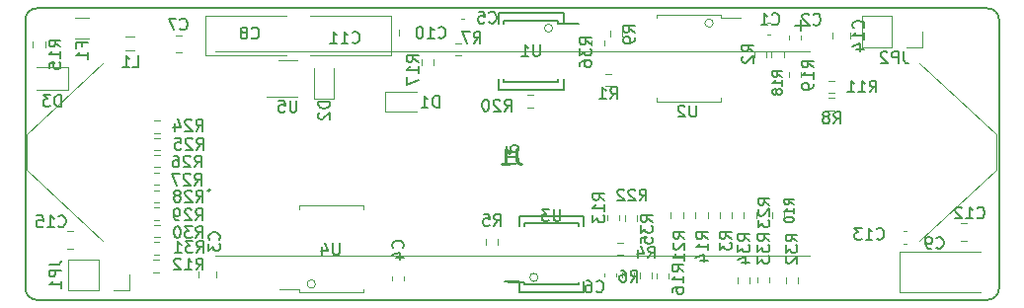
<source format=gbo>
%TF.GenerationSoftware,KiCad,Pcbnew,7.0.9*%
%TF.CreationDate,2024-01-13T12:33:37-06:00*%
%TF.ProjectId,SillyTinySCSI,53696c6c-7954-4696-9e79-534353492e6b,V2.0*%
%TF.SameCoordinates,Original*%
%TF.FileFunction,Legend,Bot*%
%TF.FilePolarity,Positive*%
%FSLAX46Y46*%
G04 Gerber Fmt 4.6, Leading zero omitted, Abs format (unit mm)*
G04 Created by KiCad (PCBNEW 7.0.9) date 2024-01-13 12:33:37*
%MOMM*%
%LPD*%
G01*
G04 APERTURE LIST*
%ADD10C,0.150000*%
%ADD11C,0.125000*%
%ADD12C,0.153000*%
%ADD13C,0.254000*%
%ADD14C,0.120000*%
%ADD15C,0.100000*%
%ADD16C,0.200000*%
%TA.AperFunction,Profile*%
%ADD17C,0.150000*%
%TD*%
G04 APERTURE END LIST*
D10*
X159500000Y-51700000D02*
X159000000Y-51700000D01*
X159500000Y-52200000D02*
X159500000Y-51200000D01*
D11*
D12*
X96034663Y-53557142D02*
X95558472Y-53223809D01*
X96034663Y-52985714D02*
X95034663Y-52985714D01*
X95034663Y-52985714D02*
X95034663Y-53366666D01*
X95034663Y-53366666D02*
X95082282Y-53461904D01*
X95082282Y-53461904D02*
X95129901Y-53509523D01*
X95129901Y-53509523D02*
X95225139Y-53557142D01*
X95225139Y-53557142D02*
X95367996Y-53557142D01*
X95367996Y-53557142D02*
X95463234Y-53509523D01*
X95463234Y-53509523D02*
X95510853Y-53461904D01*
X95510853Y-53461904D02*
X95558472Y-53366666D01*
X95558472Y-53366666D02*
X95558472Y-52985714D01*
X96034663Y-54509523D02*
X96034663Y-53938095D01*
X96034663Y-54223809D02*
X95034663Y-54223809D01*
X95034663Y-54223809D02*
X95177520Y-54128571D01*
X95177520Y-54128571D02*
X95272758Y-54033333D01*
X95272758Y-54033333D02*
X95320377Y-53938095D01*
X95034663Y-55414285D02*
X95034663Y-54938095D01*
X95034663Y-54938095D02*
X95510853Y-54890476D01*
X95510853Y-54890476D02*
X95463234Y-54938095D01*
X95463234Y-54938095D02*
X95415615Y-55033333D01*
X95415615Y-55033333D02*
X95415615Y-55271428D01*
X95415615Y-55271428D02*
X95463234Y-55366666D01*
X95463234Y-55366666D02*
X95510853Y-55414285D01*
X95510853Y-55414285D02*
X95606091Y-55461904D01*
X95606091Y-55461904D02*
X95844186Y-55461904D01*
X95844186Y-55461904D02*
X95939424Y-55414285D01*
X95939424Y-55414285D02*
X95987044Y-55366666D01*
X95987044Y-55366666D02*
X96034663Y-55271428D01*
X96034663Y-55271428D02*
X96034663Y-55033333D01*
X96034663Y-55033333D02*
X95987044Y-54938095D01*
X95987044Y-54938095D02*
X95939424Y-54890476D01*
X125369424Y-70803333D02*
X125417044Y-70755714D01*
X125417044Y-70755714D02*
X125464663Y-70612857D01*
X125464663Y-70612857D02*
X125464663Y-70517619D01*
X125464663Y-70517619D02*
X125417044Y-70374762D01*
X125417044Y-70374762D02*
X125321805Y-70279524D01*
X125321805Y-70279524D02*
X125226567Y-70231905D01*
X125226567Y-70231905D02*
X125036091Y-70184286D01*
X125036091Y-70184286D02*
X124893234Y-70184286D01*
X124893234Y-70184286D02*
X124702758Y-70231905D01*
X124702758Y-70231905D02*
X124607520Y-70279524D01*
X124607520Y-70279524D02*
X124512282Y-70374762D01*
X124512282Y-70374762D02*
X124464663Y-70517619D01*
X124464663Y-70517619D02*
X124464663Y-70612857D01*
X124464663Y-70612857D02*
X124512282Y-70755714D01*
X124512282Y-70755714D02*
X124559901Y-70803333D01*
X124797996Y-71660476D02*
X125464663Y-71660476D01*
X124417044Y-71422381D02*
X125131329Y-71184286D01*
X125131329Y-71184286D02*
X125131329Y-71803333D01*
X107652857Y-72694663D02*
X107986190Y-72218472D01*
X108224285Y-72694663D02*
X108224285Y-71694663D01*
X108224285Y-71694663D02*
X107843333Y-71694663D01*
X107843333Y-71694663D02*
X107748095Y-71742282D01*
X107748095Y-71742282D02*
X107700476Y-71789901D01*
X107700476Y-71789901D02*
X107652857Y-71885139D01*
X107652857Y-71885139D02*
X107652857Y-72027996D01*
X107652857Y-72027996D02*
X107700476Y-72123234D01*
X107700476Y-72123234D02*
X107748095Y-72170853D01*
X107748095Y-72170853D02*
X107843333Y-72218472D01*
X107843333Y-72218472D02*
X108224285Y-72218472D01*
X106700476Y-72694663D02*
X107271904Y-72694663D01*
X106986190Y-72694663D02*
X106986190Y-71694663D01*
X106986190Y-71694663D02*
X107081428Y-71837520D01*
X107081428Y-71837520D02*
X107176666Y-71932758D01*
X107176666Y-71932758D02*
X107271904Y-71980377D01*
X106319523Y-71789901D02*
X106271904Y-71742282D01*
X106271904Y-71742282D02*
X106176666Y-71694663D01*
X106176666Y-71694663D02*
X105938571Y-71694663D01*
X105938571Y-71694663D02*
X105843333Y-71742282D01*
X105843333Y-71742282D02*
X105795714Y-71789901D01*
X105795714Y-71789901D02*
X105748095Y-71885139D01*
X105748095Y-71885139D02*
X105748095Y-71980377D01*
X105748095Y-71980377D02*
X105795714Y-72123234D01*
X105795714Y-72123234D02*
X106367142Y-72694663D01*
X106367142Y-72694663D02*
X105748095Y-72694663D01*
X132766666Y-51439424D02*
X132814285Y-51487044D01*
X132814285Y-51487044D02*
X132957142Y-51534663D01*
X132957142Y-51534663D02*
X133052380Y-51534663D01*
X133052380Y-51534663D02*
X133195237Y-51487044D01*
X133195237Y-51487044D02*
X133290475Y-51391805D01*
X133290475Y-51391805D02*
X133338094Y-51296567D01*
X133338094Y-51296567D02*
X133385713Y-51106091D01*
X133385713Y-51106091D02*
X133385713Y-50963234D01*
X133385713Y-50963234D02*
X133338094Y-50772758D01*
X133338094Y-50772758D02*
X133290475Y-50677520D01*
X133290475Y-50677520D02*
X133195237Y-50582282D01*
X133195237Y-50582282D02*
X133052380Y-50534663D01*
X133052380Y-50534663D02*
X132957142Y-50534663D01*
X132957142Y-50534663D02*
X132814285Y-50582282D01*
X132814285Y-50582282D02*
X132766666Y-50629901D01*
X131861904Y-50534663D02*
X132338094Y-50534663D01*
X132338094Y-50534663D02*
X132385713Y-51010853D01*
X132385713Y-51010853D02*
X132338094Y-50963234D01*
X132338094Y-50963234D02*
X132242856Y-50915615D01*
X132242856Y-50915615D02*
X132004761Y-50915615D01*
X132004761Y-50915615D02*
X131909523Y-50963234D01*
X131909523Y-50963234D02*
X131861904Y-51010853D01*
X131861904Y-51010853D02*
X131814285Y-51106091D01*
X131814285Y-51106091D02*
X131814285Y-51344186D01*
X131814285Y-51344186D02*
X131861904Y-51439424D01*
X131861904Y-51439424D02*
X131909523Y-51487044D01*
X131909523Y-51487044D02*
X132004761Y-51534663D01*
X132004761Y-51534663D02*
X132242856Y-51534663D01*
X132242856Y-51534663D02*
X132338094Y-51487044D01*
X132338094Y-51487044D02*
X132385713Y-51439424D01*
X142674663Y-66697142D02*
X142198472Y-66363809D01*
X142674663Y-66125714D02*
X141674663Y-66125714D01*
X141674663Y-66125714D02*
X141674663Y-66506666D01*
X141674663Y-66506666D02*
X141722282Y-66601904D01*
X141722282Y-66601904D02*
X141769901Y-66649523D01*
X141769901Y-66649523D02*
X141865139Y-66697142D01*
X141865139Y-66697142D02*
X142007996Y-66697142D01*
X142007996Y-66697142D02*
X142103234Y-66649523D01*
X142103234Y-66649523D02*
X142150853Y-66601904D01*
X142150853Y-66601904D02*
X142198472Y-66506666D01*
X142198472Y-66506666D02*
X142198472Y-66125714D01*
X142674663Y-67649523D02*
X142674663Y-67078095D01*
X142674663Y-67363809D02*
X141674663Y-67363809D01*
X141674663Y-67363809D02*
X141817520Y-67268571D01*
X141817520Y-67268571D02*
X141912758Y-67173333D01*
X141912758Y-67173333D02*
X141960377Y-67078095D01*
X141674663Y-67982857D02*
X141674663Y-68601904D01*
X141674663Y-68601904D02*
X142055615Y-68268571D01*
X142055615Y-68268571D02*
X142055615Y-68411428D01*
X142055615Y-68411428D02*
X142103234Y-68506666D01*
X142103234Y-68506666D02*
X142150853Y-68554285D01*
X142150853Y-68554285D02*
X142246091Y-68601904D01*
X142246091Y-68601904D02*
X142484186Y-68601904D01*
X142484186Y-68601904D02*
X142579424Y-68554285D01*
X142579424Y-68554285D02*
X142627044Y-68506666D01*
X142627044Y-68506666D02*
X142674663Y-68411428D01*
X142674663Y-68411428D02*
X142674663Y-68125714D01*
X142674663Y-68125714D02*
X142627044Y-68030476D01*
X142627044Y-68030476D02*
X142579424Y-67982857D01*
X109619424Y-70093333D02*
X109667044Y-70045714D01*
X109667044Y-70045714D02*
X109714663Y-69902857D01*
X109714663Y-69902857D02*
X109714663Y-69807619D01*
X109714663Y-69807619D02*
X109667044Y-69664762D01*
X109667044Y-69664762D02*
X109571805Y-69569524D01*
X109571805Y-69569524D02*
X109476567Y-69521905D01*
X109476567Y-69521905D02*
X109286091Y-69474286D01*
X109286091Y-69474286D02*
X109143234Y-69474286D01*
X109143234Y-69474286D02*
X108952758Y-69521905D01*
X108952758Y-69521905D02*
X108857520Y-69569524D01*
X108857520Y-69569524D02*
X108762282Y-69664762D01*
X108762282Y-69664762D02*
X108714663Y-69807619D01*
X108714663Y-69807619D02*
X108714663Y-69902857D01*
X108714663Y-69902857D02*
X108762282Y-70045714D01*
X108762282Y-70045714D02*
X108809901Y-70093333D01*
X108714663Y-70426667D02*
X108714663Y-71045714D01*
X108714663Y-71045714D02*
X109095615Y-70712381D01*
X109095615Y-70712381D02*
X109095615Y-70855238D01*
X109095615Y-70855238D02*
X109143234Y-70950476D01*
X109143234Y-70950476D02*
X109190853Y-70998095D01*
X109190853Y-70998095D02*
X109286091Y-71045714D01*
X109286091Y-71045714D02*
X109524186Y-71045714D01*
X109524186Y-71045714D02*
X109619424Y-70998095D01*
X109619424Y-70998095D02*
X109667044Y-70950476D01*
X109667044Y-70950476D02*
X109714663Y-70855238D01*
X109714663Y-70855238D02*
X109714663Y-70569524D01*
X109714663Y-70569524D02*
X109667044Y-70474286D01*
X109667044Y-70474286D02*
X109619424Y-70426667D01*
X166012857Y-69989424D02*
X166060476Y-70037044D01*
X166060476Y-70037044D02*
X166203333Y-70084663D01*
X166203333Y-70084663D02*
X166298571Y-70084663D01*
X166298571Y-70084663D02*
X166441428Y-70037044D01*
X166441428Y-70037044D02*
X166536666Y-69941805D01*
X166536666Y-69941805D02*
X166584285Y-69846567D01*
X166584285Y-69846567D02*
X166631904Y-69656091D01*
X166631904Y-69656091D02*
X166631904Y-69513234D01*
X166631904Y-69513234D02*
X166584285Y-69322758D01*
X166584285Y-69322758D02*
X166536666Y-69227520D01*
X166536666Y-69227520D02*
X166441428Y-69132282D01*
X166441428Y-69132282D02*
X166298571Y-69084663D01*
X166298571Y-69084663D02*
X166203333Y-69084663D01*
X166203333Y-69084663D02*
X166060476Y-69132282D01*
X166060476Y-69132282D02*
X166012857Y-69179901D01*
X165060476Y-70084663D02*
X165631904Y-70084663D01*
X165346190Y-70084663D02*
X165346190Y-69084663D01*
X165346190Y-69084663D02*
X165441428Y-69227520D01*
X165441428Y-69227520D02*
X165536666Y-69322758D01*
X165536666Y-69322758D02*
X165631904Y-69370377D01*
X164727142Y-69084663D02*
X164108095Y-69084663D01*
X164108095Y-69084663D02*
X164441428Y-69465615D01*
X164441428Y-69465615D02*
X164298571Y-69465615D01*
X164298571Y-69465615D02*
X164203333Y-69513234D01*
X164203333Y-69513234D02*
X164155714Y-69560853D01*
X164155714Y-69560853D02*
X164108095Y-69656091D01*
X164108095Y-69656091D02*
X164108095Y-69894186D01*
X164108095Y-69894186D02*
X164155714Y-69989424D01*
X164155714Y-69989424D02*
X164203333Y-70037044D01*
X164203333Y-70037044D02*
X164298571Y-70084663D01*
X164298571Y-70084663D02*
X164584285Y-70084663D01*
X164584285Y-70084663D02*
X164679523Y-70037044D01*
X164679523Y-70037044D02*
X164727142Y-69989424D01*
X174622857Y-68189424D02*
X174670476Y-68237044D01*
X174670476Y-68237044D02*
X174813333Y-68284663D01*
X174813333Y-68284663D02*
X174908571Y-68284663D01*
X174908571Y-68284663D02*
X175051428Y-68237044D01*
X175051428Y-68237044D02*
X175146666Y-68141805D01*
X175146666Y-68141805D02*
X175194285Y-68046567D01*
X175194285Y-68046567D02*
X175241904Y-67856091D01*
X175241904Y-67856091D02*
X175241904Y-67713234D01*
X175241904Y-67713234D02*
X175194285Y-67522758D01*
X175194285Y-67522758D02*
X175146666Y-67427520D01*
X175146666Y-67427520D02*
X175051428Y-67332282D01*
X175051428Y-67332282D02*
X174908571Y-67284663D01*
X174908571Y-67284663D02*
X174813333Y-67284663D01*
X174813333Y-67284663D02*
X174670476Y-67332282D01*
X174670476Y-67332282D02*
X174622857Y-67379901D01*
X173670476Y-68284663D02*
X174241904Y-68284663D01*
X173956190Y-68284663D02*
X173956190Y-67284663D01*
X173956190Y-67284663D02*
X174051428Y-67427520D01*
X174051428Y-67427520D02*
X174146666Y-67522758D01*
X174146666Y-67522758D02*
X174241904Y-67570377D01*
X173289523Y-67379901D02*
X173241904Y-67332282D01*
X173241904Y-67332282D02*
X173146666Y-67284663D01*
X173146666Y-67284663D02*
X172908571Y-67284663D01*
X172908571Y-67284663D02*
X172813333Y-67332282D01*
X172813333Y-67332282D02*
X172765714Y-67379901D01*
X172765714Y-67379901D02*
X172718095Y-67475139D01*
X172718095Y-67475139D02*
X172718095Y-67570377D01*
X172718095Y-67570377D02*
X172765714Y-67713234D01*
X172765714Y-67713234D02*
X173337142Y-68284663D01*
X173337142Y-68284663D02*
X172718095Y-68284663D01*
X155454663Y-53983333D02*
X154978472Y-53650000D01*
X155454663Y-53411905D02*
X154454663Y-53411905D01*
X154454663Y-53411905D02*
X154454663Y-53792857D01*
X154454663Y-53792857D02*
X154502282Y-53888095D01*
X154502282Y-53888095D02*
X154549901Y-53935714D01*
X154549901Y-53935714D02*
X154645139Y-53983333D01*
X154645139Y-53983333D02*
X154787996Y-53983333D01*
X154787996Y-53983333D02*
X154883234Y-53935714D01*
X154883234Y-53935714D02*
X154930853Y-53888095D01*
X154930853Y-53888095D02*
X154978472Y-53792857D01*
X154978472Y-53792857D02*
X154978472Y-53411905D01*
X154549901Y-54364286D02*
X154502282Y-54411905D01*
X154502282Y-54411905D02*
X154454663Y-54507143D01*
X154454663Y-54507143D02*
X154454663Y-54745238D01*
X154454663Y-54745238D02*
X154502282Y-54840476D01*
X154502282Y-54840476D02*
X154549901Y-54888095D01*
X154549901Y-54888095D02*
X154645139Y-54935714D01*
X154645139Y-54935714D02*
X154740377Y-54935714D01*
X154740377Y-54935714D02*
X154883234Y-54888095D01*
X154883234Y-54888095D02*
X155454663Y-54316667D01*
X155454663Y-54316667D02*
X155454663Y-54935714D01*
X96048094Y-58664663D02*
X96048094Y-57664663D01*
X96048094Y-57664663D02*
X95809999Y-57664663D01*
X95809999Y-57664663D02*
X95667142Y-57712282D01*
X95667142Y-57712282D02*
X95571904Y-57807520D01*
X95571904Y-57807520D02*
X95524285Y-57902758D01*
X95524285Y-57902758D02*
X95476666Y-58093234D01*
X95476666Y-58093234D02*
X95476666Y-58236091D01*
X95476666Y-58236091D02*
X95524285Y-58426567D01*
X95524285Y-58426567D02*
X95571904Y-58521805D01*
X95571904Y-58521805D02*
X95667142Y-58617044D01*
X95667142Y-58617044D02*
X95809999Y-58664663D01*
X95809999Y-58664663D02*
X96048094Y-58664663D01*
X95143332Y-57664663D02*
X94524285Y-57664663D01*
X94524285Y-57664663D02*
X94857618Y-58045615D01*
X94857618Y-58045615D02*
X94714761Y-58045615D01*
X94714761Y-58045615D02*
X94619523Y-58093234D01*
X94619523Y-58093234D02*
X94571904Y-58140853D01*
X94571904Y-58140853D02*
X94524285Y-58236091D01*
X94524285Y-58236091D02*
X94524285Y-58474186D01*
X94524285Y-58474186D02*
X94571904Y-58569424D01*
X94571904Y-58569424D02*
X94619523Y-58617044D01*
X94619523Y-58617044D02*
X94714761Y-58664663D01*
X94714761Y-58664663D02*
X95000475Y-58664663D01*
X95000475Y-58664663D02*
X95095713Y-58617044D01*
X95095713Y-58617044D02*
X95143332Y-58569424D01*
X128432857Y-52739424D02*
X128480476Y-52787044D01*
X128480476Y-52787044D02*
X128623333Y-52834663D01*
X128623333Y-52834663D02*
X128718571Y-52834663D01*
X128718571Y-52834663D02*
X128861428Y-52787044D01*
X128861428Y-52787044D02*
X128956666Y-52691805D01*
X128956666Y-52691805D02*
X129004285Y-52596567D01*
X129004285Y-52596567D02*
X129051904Y-52406091D01*
X129051904Y-52406091D02*
X129051904Y-52263234D01*
X129051904Y-52263234D02*
X129004285Y-52072758D01*
X129004285Y-52072758D02*
X128956666Y-51977520D01*
X128956666Y-51977520D02*
X128861428Y-51882282D01*
X128861428Y-51882282D02*
X128718571Y-51834663D01*
X128718571Y-51834663D02*
X128623333Y-51834663D01*
X128623333Y-51834663D02*
X128480476Y-51882282D01*
X128480476Y-51882282D02*
X128432857Y-51929901D01*
X127480476Y-52834663D02*
X128051904Y-52834663D01*
X127766190Y-52834663D02*
X127766190Y-51834663D01*
X127766190Y-51834663D02*
X127861428Y-51977520D01*
X127861428Y-51977520D02*
X127956666Y-52072758D01*
X127956666Y-52072758D02*
X128051904Y-52120377D01*
X126861428Y-51834663D02*
X126766190Y-51834663D01*
X126766190Y-51834663D02*
X126670952Y-51882282D01*
X126670952Y-51882282D02*
X126623333Y-51929901D01*
X126623333Y-51929901D02*
X126575714Y-52025139D01*
X126575714Y-52025139D02*
X126528095Y-52215615D01*
X126528095Y-52215615D02*
X126528095Y-52453710D01*
X126528095Y-52453710D02*
X126575714Y-52644186D01*
X126575714Y-52644186D02*
X126623333Y-52739424D01*
X126623333Y-52739424D02*
X126670952Y-52787044D01*
X126670952Y-52787044D02*
X126766190Y-52834663D01*
X126766190Y-52834663D02*
X126861428Y-52834663D01*
X126861428Y-52834663D02*
X126956666Y-52787044D01*
X126956666Y-52787044D02*
X127004285Y-52739424D01*
X127004285Y-52739424D02*
X127051904Y-52644186D01*
X127051904Y-52644186D02*
X127099523Y-52453710D01*
X127099523Y-52453710D02*
X127099523Y-52215615D01*
X127099523Y-52215615D02*
X127051904Y-52025139D01*
X127051904Y-52025139D02*
X127004285Y-51929901D01*
X127004285Y-51929901D02*
X126956666Y-51882282D01*
X126956666Y-51882282D02*
X126861428Y-51834663D01*
X160576666Y-51609424D02*
X160624285Y-51657044D01*
X160624285Y-51657044D02*
X160767142Y-51704663D01*
X160767142Y-51704663D02*
X160862380Y-51704663D01*
X160862380Y-51704663D02*
X161005237Y-51657044D01*
X161005237Y-51657044D02*
X161100475Y-51561805D01*
X161100475Y-51561805D02*
X161148094Y-51466567D01*
X161148094Y-51466567D02*
X161195713Y-51276091D01*
X161195713Y-51276091D02*
X161195713Y-51133234D01*
X161195713Y-51133234D02*
X161148094Y-50942758D01*
X161148094Y-50942758D02*
X161100475Y-50847520D01*
X161100475Y-50847520D02*
X161005237Y-50752282D01*
X161005237Y-50752282D02*
X160862380Y-50704663D01*
X160862380Y-50704663D02*
X160767142Y-50704663D01*
X160767142Y-50704663D02*
X160624285Y-50752282D01*
X160624285Y-50752282D02*
X160576666Y-50799901D01*
X160195713Y-50799901D02*
X160148094Y-50752282D01*
X160148094Y-50752282D02*
X160052856Y-50704663D01*
X160052856Y-50704663D02*
X159814761Y-50704663D01*
X159814761Y-50704663D02*
X159719523Y-50752282D01*
X159719523Y-50752282D02*
X159671904Y-50799901D01*
X159671904Y-50799901D02*
X159624285Y-50895139D01*
X159624285Y-50895139D02*
X159624285Y-50990377D01*
X159624285Y-50990377D02*
X159671904Y-51133234D01*
X159671904Y-51133234D02*
X160243332Y-51704663D01*
X160243332Y-51704663D02*
X159624285Y-51704663D01*
D10*
X119124819Y-58251905D02*
X118124819Y-58251905D01*
X118124819Y-58251905D02*
X118124819Y-58490000D01*
X118124819Y-58490000D02*
X118172438Y-58632857D01*
X118172438Y-58632857D02*
X118267676Y-58728095D01*
X118267676Y-58728095D02*
X118362914Y-58775714D01*
X118362914Y-58775714D02*
X118553390Y-58823333D01*
X118553390Y-58823333D02*
X118696247Y-58823333D01*
X118696247Y-58823333D02*
X118886723Y-58775714D01*
X118886723Y-58775714D02*
X118981961Y-58728095D01*
X118981961Y-58728095D02*
X119077200Y-58632857D01*
X119077200Y-58632857D02*
X119124819Y-58490000D01*
X119124819Y-58490000D02*
X119124819Y-58251905D01*
X118220057Y-59204286D02*
X118172438Y-59251905D01*
X118172438Y-59251905D02*
X118124819Y-59347143D01*
X118124819Y-59347143D02*
X118124819Y-59585238D01*
X118124819Y-59585238D02*
X118172438Y-59680476D01*
X118172438Y-59680476D02*
X118220057Y-59728095D01*
X118220057Y-59728095D02*
X118315295Y-59775714D01*
X118315295Y-59775714D02*
X118410533Y-59775714D01*
X118410533Y-59775714D02*
X118553390Y-59728095D01*
X118553390Y-59728095D02*
X119124819Y-59156667D01*
X119124819Y-59156667D02*
X119124819Y-59775714D01*
D12*
X157026666Y-51579424D02*
X157074285Y-51627044D01*
X157074285Y-51627044D02*
X157217142Y-51674663D01*
X157217142Y-51674663D02*
X157312380Y-51674663D01*
X157312380Y-51674663D02*
X157455237Y-51627044D01*
X157455237Y-51627044D02*
X157550475Y-51531805D01*
X157550475Y-51531805D02*
X157598094Y-51436567D01*
X157598094Y-51436567D02*
X157645713Y-51246091D01*
X157645713Y-51246091D02*
X157645713Y-51103234D01*
X157645713Y-51103234D02*
X157598094Y-50912758D01*
X157598094Y-50912758D02*
X157550475Y-50817520D01*
X157550475Y-50817520D02*
X157455237Y-50722282D01*
X157455237Y-50722282D02*
X157312380Y-50674663D01*
X157312380Y-50674663D02*
X157217142Y-50674663D01*
X157217142Y-50674663D02*
X157074285Y-50722282D01*
X157074285Y-50722282D02*
X157026666Y-50769901D01*
X156074285Y-51674663D02*
X156645713Y-51674663D01*
X156359999Y-51674663D02*
X156359999Y-50674663D01*
X156359999Y-50674663D02*
X156455237Y-50817520D01*
X156455237Y-50817520D02*
X156550475Y-50912758D01*
X156550475Y-50912758D02*
X156645713Y-50960377D01*
X141966666Y-74519424D02*
X142014285Y-74567044D01*
X142014285Y-74567044D02*
X142157142Y-74614663D01*
X142157142Y-74614663D02*
X142252380Y-74614663D01*
X142252380Y-74614663D02*
X142395237Y-74567044D01*
X142395237Y-74567044D02*
X142490475Y-74471805D01*
X142490475Y-74471805D02*
X142538094Y-74376567D01*
X142538094Y-74376567D02*
X142585713Y-74186091D01*
X142585713Y-74186091D02*
X142585713Y-74043234D01*
X142585713Y-74043234D02*
X142538094Y-73852758D01*
X142538094Y-73852758D02*
X142490475Y-73757520D01*
X142490475Y-73757520D02*
X142395237Y-73662282D01*
X142395237Y-73662282D02*
X142252380Y-73614663D01*
X142252380Y-73614663D02*
X142157142Y-73614663D01*
X142157142Y-73614663D02*
X142014285Y-73662282D01*
X142014285Y-73662282D02*
X141966666Y-73709901D01*
X141109523Y-73614663D02*
X141299999Y-73614663D01*
X141299999Y-73614663D02*
X141395237Y-73662282D01*
X141395237Y-73662282D02*
X141442856Y-73709901D01*
X141442856Y-73709901D02*
X141538094Y-73852758D01*
X141538094Y-73852758D02*
X141585713Y-74043234D01*
X141585713Y-74043234D02*
X141585713Y-74424186D01*
X141585713Y-74424186D02*
X141538094Y-74519424D01*
X141538094Y-74519424D02*
X141490475Y-74567044D01*
X141490475Y-74567044D02*
X141395237Y-74614663D01*
X141395237Y-74614663D02*
X141204761Y-74614663D01*
X141204761Y-74614663D02*
X141109523Y-74567044D01*
X141109523Y-74567044D02*
X141061904Y-74519424D01*
X141061904Y-74519424D02*
X141014285Y-74424186D01*
X141014285Y-74424186D02*
X141014285Y-74186091D01*
X141014285Y-74186091D02*
X141061904Y-74090853D01*
X141061904Y-74090853D02*
X141109523Y-74043234D01*
X141109523Y-74043234D02*
X141204761Y-73995615D01*
X141204761Y-73995615D02*
X141395237Y-73995615D01*
X141395237Y-73995615D02*
X141490475Y-74043234D01*
X141490475Y-74043234D02*
X141538094Y-74090853D01*
X141538094Y-74090853D02*
X141585713Y-74186091D01*
X143176666Y-58024663D02*
X143509999Y-57548472D01*
X143748094Y-58024663D02*
X143748094Y-57024663D01*
X143748094Y-57024663D02*
X143367142Y-57024663D01*
X143367142Y-57024663D02*
X143271904Y-57072282D01*
X143271904Y-57072282D02*
X143224285Y-57119901D01*
X143224285Y-57119901D02*
X143176666Y-57215139D01*
X143176666Y-57215139D02*
X143176666Y-57357996D01*
X143176666Y-57357996D02*
X143224285Y-57453234D01*
X143224285Y-57453234D02*
X143271904Y-57500853D01*
X143271904Y-57500853D02*
X143367142Y-57548472D01*
X143367142Y-57548472D02*
X143748094Y-57548472D01*
X142224285Y-58024663D02*
X142795713Y-58024663D01*
X142509999Y-58024663D02*
X142509999Y-57024663D01*
X142509999Y-57024663D02*
X142605237Y-57167520D01*
X142605237Y-57167520D02*
X142700475Y-57262758D01*
X142700475Y-57262758D02*
X142795713Y-57310377D01*
X133196666Y-68899663D02*
X133529999Y-68423472D01*
X133768094Y-68899663D02*
X133768094Y-67899663D01*
X133768094Y-67899663D02*
X133387142Y-67899663D01*
X133387142Y-67899663D02*
X133291904Y-67947282D01*
X133291904Y-67947282D02*
X133244285Y-67994901D01*
X133244285Y-67994901D02*
X133196666Y-68090139D01*
X133196666Y-68090139D02*
X133196666Y-68232996D01*
X133196666Y-68232996D02*
X133244285Y-68328234D01*
X133244285Y-68328234D02*
X133291904Y-68375853D01*
X133291904Y-68375853D02*
X133387142Y-68423472D01*
X133387142Y-68423472D02*
X133768094Y-68423472D01*
X132291904Y-67899663D02*
X132768094Y-67899663D01*
X132768094Y-67899663D02*
X132815713Y-68375853D01*
X132815713Y-68375853D02*
X132768094Y-68328234D01*
X132768094Y-68328234D02*
X132672856Y-68280615D01*
X132672856Y-68280615D02*
X132434761Y-68280615D01*
X132434761Y-68280615D02*
X132339523Y-68328234D01*
X132339523Y-68328234D02*
X132291904Y-68375853D01*
X132291904Y-68375853D02*
X132244285Y-68471091D01*
X132244285Y-68471091D02*
X132244285Y-68709186D01*
X132244285Y-68709186D02*
X132291904Y-68804424D01*
X132291904Y-68804424D02*
X132339523Y-68852044D01*
X132339523Y-68852044D02*
X132434761Y-68899663D01*
X132434761Y-68899663D02*
X132672856Y-68899663D01*
X132672856Y-68899663D02*
X132768094Y-68852044D01*
X132768094Y-68852044D02*
X132815713Y-68804424D01*
X146416666Y-71664663D02*
X146749999Y-71188472D01*
X146988094Y-71664663D02*
X146988094Y-70664663D01*
X146988094Y-70664663D02*
X146607142Y-70664663D01*
X146607142Y-70664663D02*
X146511904Y-70712282D01*
X146511904Y-70712282D02*
X146464285Y-70759901D01*
X146464285Y-70759901D02*
X146416666Y-70855139D01*
X146416666Y-70855139D02*
X146416666Y-70997996D01*
X146416666Y-70997996D02*
X146464285Y-71093234D01*
X146464285Y-71093234D02*
X146511904Y-71140853D01*
X146511904Y-71140853D02*
X146607142Y-71188472D01*
X146607142Y-71188472D02*
X146988094Y-71188472D01*
X145559523Y-70997996D02*
X145559523Y-71664663D01*
X145797618Y-70617044D02*
X146035713Y-71331329D01*
X146035713Y-71331329D02*
X145416666Y-71331329D01*
X144906666Y-73714663D02*
X145239999Y-73238472D01*
X145478094Y-73714663D02*
X145478094Y-72714663D01*
X145478094Y-72714663D02*
X145097142Y-72714663D01*
X145097142Y-72714663D02*
X145001904Y-72762282D01*
X145001904Y-72762282D02*
X144954285Y-72809901D01*
X144954285Y-72809901D02*
X144906666Y-72905139D01*
X144906666Y-72905139D02*
X144906666Y-73047996D01*
X144906666Y-73047996D02*
X144954285Y-73143234D01*
X144954285Y-73143234D02*
X145001904Y-73190853D01*
X145001904Y-73190853D02*
X145097142Y-73238472D01*
X145097142Y-73238472D02*
X145478094Y-73238472D01*
X144049523Y-72714663D02*
X144239999Y-72714663D01*
X144239999Y-72714663D02*
X144335237Y-72762282D01*
X144335237Y-72762282D02*
X144382856Y-72809901D01*
X144382856Y-72809901D02*
X144478094Y-72952758D01*
X144478094Y-72952758D02*
X144525713Y-73143234D01*
X144525713Y-73143234D02*
X144525713Y-73524186D01*
X144525713Y-73524186D02*
X144478094Y-73619424D01*
X144478094Y-73619424D02*
X144430475Y-73667044D01*
X144430475Y-73667044D02*
X144335237Y-73714663D01*
X144335237Y-73714663D02*
X144144761Y-73714663D01*
X144144761Y-73714663D02*
X144049523Y-73667044D01*
X144049523Y-73667044D02*
X144001904Y-73619424D01*
X144001904Y-73619424D02*
X143954285Y-73524186D01*
X143954285Y-73524186D02*
X143954285Y-73286091D01*
X143954285Y-73286091D02*
X144001904Y-73190853D01*
X144001904Y-73190853D02*
X144049523Y-73143234D01*
X144049523Y-73143234D02*
X144144761Y-73095615D01*
X144144761Y-73095615D02*
X144335237Y-73095615D01*
X144335237Y-73095615D02*
X144430475Y-73143234D01*
X144430475Y-73143234D02*
X144478094Y-73190853D01*
X144478094Y-73190853D02*
X144525713Y-73286091D01*
X131446666Y-53244663D02*
X131779999Y-52768472D01*
X132018094Y-53244663D02*
X132018094Y-52244663D01*
X132018094Y-52244663D02*
X131637142Y-52244663D01*
X131637142Y-52244663D02*
X131541904Y-52292282D01*
X131541904Y-52292282D02*
X131494285Y-52339901D01*
X131494285Y-52339901D02*
X131446666Y-52435139D01*
X131446666Y-52435139D02*
X131446666Y-52577996D01*
X131446666Y-52577996D02*
X131494285Y-52673234D01*
X131494285Y-52673234D02*
X131541904Y-52720853D01*
X131541904Y-52720853D02*
X131637142Y-52768472D01*
X131637142Y-52768472D02*
X132018094Y-52768472D01*
X131113332Y-52244663D02*
X130446666Y-52244663D01*
X130446666Y-52244663D02*
X130875237Y-53244663D01*
X145264663Y-52313333D02*
X144788472Y-51980000D01*
X145264663Y-51741905D02*
X144264663Y-51741905D01*
X144264663Y-51741905D02*
X144264663Y-52122857D01*
X144264663Y-52122857D02*
X144312282Y-52218095D01*
X144312282Y-52218095D02*
X144359901Y-52265714D01*
X144359901Y-52265714D02*
X144455139Y-52313333D01*
X144455139Y-52313333D02*
X144597996Y-52313333D01*
X144597996Y-52313333D02*
X144693234Y-52265714D01*
X144693234Y-52265714D02*
X144740853Y-52218095D01*
X144740853Y-52218095D02*
X144788472Y-52122857D01*
X144788472Y-52122857D02*
X144788472Y-51741905D01*
X145264663Y-52789524D02*
X145264663Y-52980000D01*
X145264663Y-52980000D02*
X145217044Y-53075238D01*
X145217044Y-53075238D02*
X145169424Y-53122857D01*
X145169424Y-53122857D02*
X145026567Y-53218095D01*
X145026567Y-53218095D02*
X144836091Y-53265714D01*
X144836091Y-53265714D02*
X144455139Y-53265714D01*
X144455139Y-53265714D02*
X144359901Y-53218095D01*
X144359901Y-53218095D02*
X144312282Y-53170476D01*
X144312282Y-53170476D02*
X144264663Y-53075238D01*
X144264663Y-53075238D02*
X144264663Y-52884762D01*
X144264663Y-52884762D02*
X144312282Y-52789524D01*
X144312282Y-52789524D02*
X144359901Y-52741905D01*
X144359901Y-52741905D02*
X144455139Y-52694286D01*
X144455139Y-52694286D02*
X144693234Y-52694286D01*
X144693234Y-52694286D02*
X144788472Y-52741905D01*
X144788472Y-52741905D02*
X144836091Y-52789524D01*
X144836091Y-52789524D02*
X144883710Y-52884762D01*
X144883710Y-52884762D02*
X144883710Y-53075238D01*
X144883710Y-53075238D02*
X144836091Y-53170476D01*
X144836091Y-53170476D02*
X144788472Y-53218095D01*
X144788472Y-53218095D02*
X144693234Y-53265714D01*
X150541904Y-58569663D02*
X150541904Y-59379186D01*
X150541904Y-59379186D02*
X150494285Y-59474424D01*
X150494285Y-59474424D02*
X150446666Y-59522044D01*
X150446666Y-59522044D02*
X150351428Y-59569663D01*
X150351428Y-59569663D02*
X150160952Y-59569663D01*
X150160952Y-59569663D02*
X150065714Y-59522044D01*
X150065714Y-59522044D02*
X150018095Y-59474424D01*
X150018095Y-59474424D02*
X149970476Y-59379186D01*
X149970476Y-59379186D02*
X149970476Y-58569663D01*
X149541904Y-58664901D02*
X149494285Y-58617282D01*
X149494285Y-58617282D02*
X149399047Y-58569663D01*
X149399047Y-58569663D02*
X149160952Y-58569663D01*
X149160952Y-58569663D02*
X149065714Y-58617282D01*
X149065714Y-58617282D02*
X149018095Y-58664901D01*
X149018095Y-58664901D02*
X148970476Y-58760139D01*
X148970476Y-58760139D02*
X148970476Y-58855377D01*
X148970476Y-58855377D02*
X149018095Y-58998234D01*
X149018095Y-58998234D02*
X149589523Y-59569663D01*
X149589523Y-59569663D02*
X148970476Y-59569663D01*
X119951904Y-70394663D02*
X119951904Y-71204186D01*
X119951904Y-71204186D02*
X119904285Y-71299424D01*
X119904285Y-71299424D02*
X119856666Y-71347044D01*
X119856666Y-71347044D02*
X119761428Y-71394663D01*
X119761428Y-71394663D02*
X119570952Y-71394663D01*
X119570952Y-71394663D02*
X119475714Y-71347044D01*
X119475714Y-71347044D02*
X119428095Y-71299424D01*
X119428095Y-71299424D02*
X119380476Y-71204186D01*
X119380476Y-71204186D02*
X119380476Y-70394663D01*
X118475714Y-70727996D02*
X118475714Y-71394663D01*
X118713809Y-70347044D02*
X118951904Y-71061329D01*
X118951904Y-71061329D02*
X118332857Y-71061329D01*
D10*
X134092857Y-59064819D02*
X134426190Y-58588628D01*
X134664285Y-59064819D02*
X134664285Y-58064819D01*
X134664285Y-58064819D02*
X134283333Y-58064819D01*
X134283333Y-58064819D02*
X134188095Y-58112438D01*
X134188095Y-58112438D02*
X134140476Y-58160057D01*
X134140476Y-58160057D02*
X134092857Y-58255295D01*
X134092857Y-58255295D02*
X134092857Y-58398152D01*
X134092857Y-58398152D02*
X134140476Y-58493390D01*
X134140476Y-58493390D02*
X134188095Y-58541009D01*
X134188095Y-58541009D02*
X134283333Y-58588628D01*
X134283333Y-58588628D02*
X134664285Y-58588628D01*
X133711904Y-58160057D02*
X133664285Y-58112438D01*
X133664285Y-58112438D02*
X133569047Y-58064819D01*
X133569047Y-58064819D02*
X133330952Y-58064819D01*
X133330952Y-58064819D02*
X133235714Y-58112438D01*
X133235714Y-58112438D02*
X133188095Y-58160057D01*
X133188095Y-58160057D02*
X133140476Y-58255295D01*
X133140476Y-58255295D02*
X133140476Y-58350533D01*
X133140476Y-58350533D02*
X133188095Y-58493390D01*
X133188095Y-58493390D02*
X133759523Y-59064819D01*
X133759523Y-59064819D02*
X133140476Y-59064819D01*
X132521428Y-58064819D02*
X132426190Y-58064819D01*
X132426190Y-58064819D02*
X132330952Y-58112438D01*
X132330952Y-58112438D02*
X132283333Y-58160057D01*
X132283333Y-58160057D02*
X132235714Y-58255295D01*
X132235714Y-58255295D02*
X132188095Y-58445771D01*
X132188095Y-58445771D02*
X132188095Y-58683866D01*
X132188095Y-58683866D02*
X132235714Y-58874342D01*
X132235714Y-58874342D02*
X132283333Y-58969580D01*
X132283333Y-58969580D02*
X132330952Y-59017200D01*
X132330952Y-59017200D02*
X132426190Y-59064819D01*
X132426190Y-59064819D02*
X132521428Y-59064819D01*
X132521428Y-59064819D02*
X132616666Y-59017200D01*
X132616666Y-59017200D02*
X132664285Y-58969580D01*
X132664285Y-58969580D02*
X132711904Y-58874342D01*
X132711904Y-58874342D02*
X132759523Y-58683866D01*
X132759523Y-58683866D02*
X132759523Y-58445771D01*
X132759523Y-58445771D02*
X132711904Y-58255295D01*
X132711904Y-58255295D02*
X132664285Y-58160057D01*
X132664285Y-58160057D02*
X132616666Y-58112438D01*
X132616666Y-58112438D02*
X132521428Y-58064819D01*
X157872295Y-56115714D02*
X157491342Y-55849047D01*
X157872295Y-55658571D02*
X157072295Y-55658571D01*
X157072295Y-55658571D02*
X157072295Y-55963333D01*
X157072295Y-55963333D02*
X157110390Y-56039523D01*
X157110390Y-56039523D02*
X157148485Y-56077618D01*
X157148485Y-56077618D02*
X157224676Y-56115714D01*
X157224676Y-56115714D02*
X157338961Y-56115714D01*
X157338961Y-56115714D02*
X157415152Y-56077618D01*
X157415152Y-56077618D02*
X157453247Y-56039523D01*
X157453247Y-56039523D02*
X157491342Y-55963333D01*
X157491342Y-55963333D02*
X157491342Y-55658571D01*
X157872295Y-56877618D02*
X157872295Y-56420475D01*
X157872295Y-56649047D02*
X157072295Y-56649047D01*
X157072295Y-56649047D02*
X157186580Y-56572856D01*
X157186580Y-56572856D02*
X157262771Y-56496666D01*
X157262771Y-56496666D02*
X157300866Y-56420475D01*
X157415152Y-57334761D02*
X157377057Y-57258571D01*
X157377057Y-57258571D02*
X157338961Y-57220476D01*
X157338961Y-57220476D02*
X157262771Y-57182380D01*
X157262771Y-57182380D02*
X157224676Y-57182380D01*
X157224676Y-57182380D02*
X157148485Y-57220476D01*
X157148485Y-57220476D02*
X157110390Y-57258571D01*
X157110390Y-57258571D02*
X157072295Y-57334761D01*
X157072295Y-57334761D02*
X157072295Y-57487142D01*
X157072295Y-57487142D02*
X157110390Y-57563333D01*
X157110390Y-57563333D02*
X157148485Y-57601428D01*
X157148485Y-57601428D02*
X157224676Y-57639523D01*
X157224676Y-57639523D02*
X157262771Y-57639523D01*
X157262771Y-57639523D02*
X157338961Y-57601428D01*
X157338961Y-57601428D02*
X157377057Y-57563333D01*
X157377057Y-57563333D02*
X157415152Y-57487142D01*
X157415152Y-57487142D02*
X157415152Y-57334761D01*
X157415152Y-57334761D02*
X157453247Y-57258571D01*
X157453247Y-57258571D02*
X157491342Y-57220476D01*
X157491342Y-57220476D02*
X157567533Y-57182380D01*
X157567533Y-57182380D02*
X157719914Y-57182380D01*
X157719914Y-57182380D02*
X157796104Y-57220476D01*
X157796104Y-57220476D02*
X157834200Y-57258571D01*
X157834200Y-57258571D02*
X157872295Y-57334761D01*
X157872295Y-57334761D02*
X157872295Y-57487142D01*
X157872295Y-57487142D02*
X157834200Y-57563333D01*
X157834200Y-57563333D02*
X157796104Y-57601428D01*
X157796104Y-57601428D02*
X157719914Y-57639523D01*
X157719914Y-57639523D02*
X157567533Y-57639523D01*
X157567533Y-57639523D02*
X157491342Y-57601428D01*
X157491342Y-57601428D02*
X157453247Y-57563333D01*
X157453247Y-57563333D02*
X157415152Y-57487142D01*
X160594819Y-55317142D02*
X160118628Y-54983809D01*
X160594819Y-54745714D02*
X159594819Y-54745714D01*
X159594819Y-54745714D02*
X159594819Y-55126666D01*
X159594819Y-55126666D02*
X159642438Y-55221904D01*
X159642438Y-55221904D02*
X159690057Y-55269523D01*
X159690057Y-55269523D02*
X159785295Y-55317142D01*
X159785295Y-55317142D02*
X159928152Y-55317142D01*
X159928152Y-55317142D02*
X160023390Y-55269523D01*
X160023390Y-55269523D02*
X160071009Y-55221904D01*
X160071009Y-55221904D02*
X160118628Y-55126666D01*
X160118628Y-55126666D02*
X160118628Y-54745714D01*
X160594819Y-56269523D02*
X160594819Y-55698095D01*
X160594819Y-55983809D02*
X159594819Y-55983809D01*
X159594819Y-55983809D02*
X159737676Y-55888571D01*
X159737676Y-55888571D02*
X159832914Y-55793333D01*
X159832914Y-55793333D02*
X159880533Y-55698095D01*
X160594819Y-56745714D02*
X160594819Y-56936190D01*
X160594819Y-56936190D02*
X160547200Y-57031428D01*
X160547200Y-57031428D02*
X160499580Y-57079047D01*
X160499580Y-57079047D02*
X160356723Y-57174285D01*
X160356723Y-57174285D02*
X160166247Y-57221904D01*
X160166247Y-57221904D02*
X159785295Y-57221904D01*
X159785295Y-57221904D02*
X159690057Y-57174285D01*
X159690057Y-57174285D02*
X159642438Y-57126666D01*
X159642438Y-57126666D02*
X159594819Y-57031428D01*
X159594819Y-57031428D02*
X159594819Y-56840952D01*
X159594819Y-56840952D02*
X159642438Y-56745714D01*
X159642438Y-56745714D02*
X159690057Y-56698095D01*
X159690057Y-56698095D02*
X159785295Y-56650476D01*
X159785295Y-56650476D02*
X160023390Y-56650476D01*
X160023390Y-56650476D02*
X160118628Y-56698095D01*
X160118628Y-56698095D02*
X160166247Y-56745714D01*
X160166247Y-56745714D02*
X160213866Y-56840952D01*
X160213866Y-56840952D02*
X160213866Y-57031428D01*
X160213866Y-57031428D02*
X160166247Y-57126666D01*
X160166247Y-57126666D02*
X160118628Y-57174285D01*
X160118628Y-57174285D02*
X160023390Y-57221904D01*
X102206666Y-55294819D02*
X102682856Y-55294819D01*
X102682856Y-55294819D02*
X102682856Y-54294819D01*
X101349523Y-55294819D02*
X101920951Y-55294819D01*
X101635237Y-55294819D02*
X101635237Y-54294819D01*
X101635237Y-54294819D02*
X101730475Y-54437676D01*
X101730475Y-54437676D02*
X101825713Y-54532914D01*
X101825713Y-54532914D02*
X101920951Y-54580533D01*
X95852857Y-68929580D02*
X95900476Y-68977200D01*
X95900476Y-68977200D02*
X96043333Y-69024819D01*
X96043333Y-69024819D02*
X96138571Y-69024819D01*
X96138571Y-69024819D02*
X96281428Y-68977200D01*
X96281428Y-68977200D02*
X96376666Y-68881961D01*
X96376666Y-68881961D02*
X96424285Y-68786723D01*
X96424285Y-68786723D02*
X96471904Y-68596247D01*
X96471904Y-68596247D02*
X96471904Y-68453390D01*
X96471904Y-68453390D02*
X96424285Y-68262914D01*
X96424285Y-68262914D02*
X96376666Y-68167676D01*
X96376666Y-68167676D02*
X96281428Y-68072438D01*
X96281428Y-68072438D02*
X96138571Y-68024819D01*
X96138571Y-68024819D02*
X96043333Y-68024819D01*
X96043333Y-68024819D02*
X95900476Y-68072438D01*
X95900476Y-68072438D02*
X95852857Y-68120057D01*
X94900476Y-69024819D02*
X95471904Y-69024819D01*
X95186190Y-69024819D02*
X95186190Y-68024819D01*
X95186190Y-68024819D02*
X95281428Y-68167676D01*
X95281428Y-68167676D02*
X95376666Y-68262914D01*
X95376666Y-68262914D02*
X95471904Y-68310533D01*
X93995714Y-68024819D02*
X94471904Y-68024819D01*
X94471904Y-68024819D02*
X94519523Y-68501009D01*
X94519523Y-68501009D02*
X94471904Y-68453390D01*
X94471904Y-68453390D02*
X94376666Y-68405771D01*
X94376666Y-68405771D02*
X94138571Y-68405771D01*
X94138571Y-68405771D02*
X94043333Y-68453390D01*
X94043333Y-68453390D02*
X93995714Y-68501009D01*
X93995714Y-68501009D02*
X93948095Y-68596247D01*
X93948095Y-68596247D02*
X93948095Y-68834342D01*
X93948095Y-68834342D02*
X93995714Y-68929580D01*
X93995714Y-68929580D02*
X94043333Y-68977200D01*
X94043333Y-68977200D02*
X94138571Y-69024819D01*
X94138571Y-69024819D02*
X94376666Y-69024819D01*
X94376666Y-69024819D02*
X94471904Y-68977200D01*
X94471904Y-68977200D02*
X94519523Y-68929580D01*
X107702857Y-71214819D02*
X108036190Y-70738628D01*
X108274285Y-71214819D02*
X108274285Y-70214819D01*
X108274285Y-70214819D02*
X107893333Y-70214819D01*
X107893333Y-70214819D02*
X107798095Y-70262438D01*
X107798095Y-70262438D02*
X107750476Y-70310057D01*
X107750476Y-70310057D02*
X107702857Y-70405295D01*
X107702857Y-70405295D02*
X107702857Y-70548152D01*
X107702857Y-70548152D02*
X107750476Y-70643390D01*
X107750476Y-70643390D02*
X107798095Y-70691009D01*
X107798095Y-70691009D02*
X107893333Y-70738628D01*
X107893333Y-70738628D02*
X108274285Y-70738628D01*
X107369523Y-70214819D02*
X106750476Y-70214819D01*
X106750476Y-70214819D02*
X107083809Y-70595771D01*
X107083809Y-70595771D02*
X106940952Y-70595771D01*
X106940952Y-70595771D02*
X106845714Y-70643390D01*
X106845714Y-70643390D02*
X106798095Y-70691009D01*
X106798095Y-70691009D02*
X106750476Y-70786247D01*
X106750476Y-70786247D02*
X106750476Y-71024342D01*
X106750476Y-71024342D02*
X106798095Y-71119580D01*
X106798095Y-71119580D02*
X106845714Y-71167200D01*
X106845714Y-71167200D02*
X106940952Y-71214819D01*
X106940952Y-71214819D02*
X107226666Y-71214819D01*
X107226666Y-71214819D02*
X107321904Y-71167200D01*
X107321904Y-71167200D02*
X107369523Y-71119580D01*
X105798095Y-71214819D02*
X106369523Y-71214819D01*
X106083809Y-71214819D02*
X106083809Y-70214819D01*
X106083809Y-70214819D02*
X106179047Y-70357676D01*
X106179047Y-70357676D02*
X106274285Y-70452914D01*
X106274285Y-70452914D02*
X106369523Y-70500533D01*
X151524819Y-70042142D02*
X151048628Y-69708809D01*
X151524819Y-69470714D02*
X150524819Y-69470714D01*
X150524819Y-69470714D02*
X150524819Y-69851666D01*
X150524819Y-69851666D02*
X150572438Y-69946904D01*
X150572438Y-69946904D02*
X150620057Y-69994523D01*
X150620057Y-69994523D02*
X150715295Y-70042142D01*
X150715295Y-70042142D02*
X150858152Y-70042142D01*
X150858152Y-70042142D02*
X150953390Y-69994523D01*
X150953390Y-69994523D02*
X151001009Y-69946904D01*
X151001009Y-69946904D02*
X151048628Y-69851666D01*
X151048628Y-69851666D02*
X151048628Y-69470714D01*
X151524819Y-70994523D02*
X151524819Y-70423095D01*
X151524819Y-70708809D02*
X150524819Y-70708809D01*
X150524819Y-70708809D02*
X150667676Y-70613571D01*
X150667676Y-70613571D02*
X150762914Y-70518333D01*
X150762914Y-70518333D02*
X150810533Y-70423095D01*
X150858152Y-71851666D02*
X151524819Y-71851666D01*
X150477200Y-71613571D02*
X151191485Y-71375476D01*
X151191485Y-71375476D02*
X151191485Y-71994523D01*
D13*
X135093332Y-62287318D02*
X135093332Y-63194461D01*
X135093332Y-63194461D02*
X135153809Y-63375889D01*
X135153809Y-63375889D02*
X135274761Y-63496842D01*
X135274761Y-63496842D02*
X135456190Y-63557318D01*
X135456190Y-63557318D02*
X135577142Y-63557318D01*
X133823332Y-63557318D02*
X134549047Y-63557318D01*
X134186190Y-63557318D02*
X134186190Y-62287318D01*
X134186190Y-62287318D02*
X134307142Y-62468746D01*
X134307142Y-62468746D02*
X134428094Y-62589699D01*
X134428094Y-62589699D02*
X134549047Y-62650175D01*
D10*
X107517857Y-65429819D02*
X107851190Y-64953628D01*
X108089285Y-65429819D02*
X108089285Y-64429819D01*
X108089285Y-64429819D02*
X107708333Y-64429819D01*
X107708333Y-64429819D02*
X107613095Y-64477438D01*
X107613095Y-64477438D02*
X107565476Y-64525057D01*
X107565476Y-64525057D02*
X107517857Y-64620295D01*
X107517857Y-64620295D02*
X107517857Y-64763152D01*
X107517857Y-64763152D02*
X107565476Y-64858390D01*
X107565476Y-64858390D02*
X107613095Y-64906009D01*
X107613095Y-64906009D02*
X107708333Y-64953628D01*
X107708333Y-64953628D02*
X108089285Y-64953628D01*
X107136904Y-64525057D02*
X107089285Y-64477438D01*
X107089285Y-64477438D02*
X106994047Y-64429819D01*
X106994047Y-64429819D02*
X106755952Y-64429819D01*
X106755952Y-64429819D02*
X106660714Y-64477438D01*
X106660714Y-64477438D02*
X106613095Y-64525057D01*
X106613095Y-64525057D02*
X106565476Y-64620295D01*
X106565476Y-64620295D02*
X106565476Y-64715533D01*
X106565476Y-64715533D02*
X106613095Y-64858390D01*
X106613095Y-64858390D02*
X107184523Y-65429819D01*
X107184523Y-65429819D02*
X106565476Y-65429819D01*
X106232142Y-64429819D02*
X105565476Y-64429819D01*
X105565476Y-64429819D02*
X105994047Y-65429819D01*
X128478094Y-58744819D02*
X128478094Y-57744819D01*
X128478094Y-57744819D02*
X128239999Y-57744819D01*
X128239999Y-57744819D02*
X128097142Y-57792438D01*
X128097142Y-57792438D02*
X128001904Y-57887676D01*
X128001904Y-57887676D02*
X127954285Y-57982914D01*
X127954285Y-57982914D02*
X127906666Y-58173390D01*
X127906666Y-58173390D02*
X127906666Y-58316247D01*
X127906666Y-58316247D02*
X127954285Y-58506723D01*
X127954285Y-58506723D02*
X128001904Y-58601961D01*
X128001904Y-58601961D02*
X128097142Y-58697200D01*
X128097142Y-58697200D02*
X128239999Y-58744819D01*
X128239999Y-58744819D02*
X128478094Y-58744819D01*
X126954285Y-58744819D02*
X127525713Y-58744819D01*
X127239999Y-58744819D02*
X127239999Y-57744819D01*
X127239999Y-57744819D02*
X127335237Y-57887676D01*
X127335237Y-57887676D02*
X127430475Y-57982914D01*
X127430475Y-57982914D02*
X127525713Y-58030533D01*
X158892295Y-67085714D02*
X158511342Y-66819047D01*
X158892295Y-66628571D02*
X158092295Y-66628571D01*
X158092295Y-66628571D02*
X158092295Y-66933333D01*
X158092295Y-66933333D02*
X158130390Y-67009523D01*
X158130390Y-67009523D02*
X158168485Y-67047618D01*
X158168485Y-67047618D02*
X158244676Y-67085714D01*
X158244676Y-67085714D02*
X158358961Y-67085714D01*
X158358961Y-67085714D02*
X158435152Y-67047618D01*
X158435152Y-67047618D02*
X158473247Y-67009523D01*
X158473247Y-67009523D02*
X158511342Y-66933333D01*
X158511342Y-66933333D02*
X158511342Y-66628571D01*
X158892295Y-67847618D02*
X158892295Y-67390475D01*
X158892295Y-67619047D02*
X158092295Y-67619047D01*
X158092295Y-67619047D02*
X158206580Y-67542856D01*
X158206580Y-67542856D02*
X158282771Y-67466666D01*
X158282771Y-67466666D02*
X158320866Y-67390475D01*
X158092295Y-68342857D02*
X158092295Y-68419047D01*
X158092295Y-68419047D02*
X158130390Y-68495238D01*
X158130390Y-68495238D02*
X158168485Y-68533333D01*
X158168485Y-68533333D02*
X158244676Y-68571428D01*
X158244676Y-68571428D02*
X158397057Y-68609523D01*
X158397057Y-68609523D02*
X158587533Y-68609523D01*
X158587533Y-68609523D02*
X158739914Y-68571428D01*
X158739914Y-68571428D02*
X158816104Y-68533333D01*
X158816104Y-68533333D02*
X158854200Y-68495238D01*
X158854200Y-68495238D02*
X158892295Y-68419047D01*
X158892295Y-68419047D02*
X158892295Y-68342857D01*
X158892295Y-68342857D02*
X158854200Y-68266666D01*
X158854200Y-68266666D02*
X158816104Y-68228571D01*
X158816104Y-68228571D02*
X158739914Y-68190476D01*
X158739914Y-68190476D02*
X158587533Y-68152380D01*
X158587533Y-68152380D02*
X158397057Y-68152380D01*
X158397057Y-68152380D02*
X158244676Y-68190476D01*
X158244676Y-68190476D02*
X158168485Y-68228571D01*
X158168485Y-68228571D02*
X158130390Y-68266666D01*
X158130390Y-68266666D02*
X158092295Y-68342857D01*
X107642857Y-60774819D02*
X107976190Y-60298628D01*
X108214285Y-60774819D02*
X108214285Y-59774819D01*
X108214285Y-59774819D02*
X107833333Y-59774819D01*
X107833333Y-59774819D02*
X107738095Y-59822438D01*
X107738095Y-59822438D02*
X107690476Y-59870057D01*
X107690476Y-59870057D02*
X107642857Y-59965295D01*
X107642857Y-59965295D02*
X107642857Y-60108152D01*
X107642857Y-60108152D02*
X107690476Y-60203390D01*
X107690476Y-60203390D02*
X107738095Y-60251009D01*
X107738095Y-60251009D02*
X107833333Y-60298628D01*
X107833333Y-60298628D02*
X108214285Y-60298628D01*
X107261904Y-59870057D02*
X107214285Y-59822438D01*
X107214285Y-59822438D02*
X107119047Y-59774819D01*
X107119047Y-59774819D02*
X106880952Y-59774819D01*
X106880952Y-59774819D02*
X106785714Y-59822438D01*
X106785714Y-59822438D02*
X106738095Y-59870057D01*
X106738095Y-59870057D02*
X106690476Y-59965295D01*
X106690476Y-59965295D02*
X106690476Y-60060533D01*
X106690476Y-60060533D02*
X106738095Y-60203390D01*
X106738095Y-60203390D02*
X107309523Y-60774819D01*
X107309523Y-60774819D02*
X106690476Y-60774819D01*
X105833333Y-60108152D02*
X105833333Y-60774819D01*
X106071428Y-59727200D02*
X106309523Y-60441485D01*
X106309523Y-60441485D02*
X105690476Y-60441485D01*
X112406666Y-52779580D02*
X112454285Y-52827200D01*
X112454285Y-52827200D02*
X112597142Y-52874819D01*
X112597142Y-52874819D02*
X112692380Y-52874819D01*
X112692380Y-52874819D02*
X112835237Y-52827200D01*
X112835237Y-52827200D02*
X112930475Y-52731961D01*
X112930475Y-52731961D02*
X112978094Y-52636723D01*
X112978094Y-52636723D02*
X113025713Y-52446247D01*
X113025713Y-52446247D02*
X113025713Y-52303390D01*
X113025713Y-52303390D02*
X112978094Y-52112914D01*
X112978094Y-52112914D02*
X112930475Y-52017676D01*
X112930475Y-52017676D02*
X112835237Y-51922438D01*
X112835237Y-51922438D02*
X112692380Y-51874819D01*
X112692380Y-51874819D02*
X112597142Y-51874819D01*
X112597142Y-51874819D02*
X112454285Y-51922438D01*
X112454285Y-51922438D02*
X112406666Y-51970057D01*
X111835237Y-52303390D02*
X111930475Y-52255771D01*
X111930475Y-52255771D02*
X111978094Y-52208152D01*
X111978094Y-52208152D02*
X112025713Y-52112914D01*
X112025713Y-52112914D02*
X112025713Y-52065295D01*
X112025713Y-52065295D02*
X111978094Y-51970057D01*
X111978094Y-51970057D02*
X111930475Y-51922438D01*
X111930475Y-51922438D02*
X111835237Y-51874819D01*
X111835237Y-51874819D02*
X111644761Y-51874819D01*
X111644761Y-51874819D02*
X111549523Y-51922438D01*
X111549523Y-51922438D02*
X111501904Y-51970057D01*
X111501904Y-51970057D02*
X111454285Y-52065295D01*
X111454285Y-52065295D02*
X111454285Y-52112914D01*
X111454285Y-52112914D02*
X111501904Y-52208152D01*
X111501904Y-52208152D02*
X111549523Y-52255771D01*
X111549523Y-52255771D02*
X111644761Y-52303390D01*
X111644761Y-52303390D02*
X111835237Y-52303390D01*
X111835237Y-52303390D02*
X111930475Y-52351009D01*
X111930475Y-52351009D02*
X111978094Y-52398628D01*
X111978094Y-52398628D02*
X112025713Y-52493866D01*
X112025713Y-52493866D02*
X112025713Y-52684342D01*
X112025713Y-52684342D02*
X111978094Y-52779580D01*
X111978094Y-52779580D02*
X111930475Y-52827200D01*
X111930475Y-52827200D02*
X111835237Y-52874819D01*
X111835237Y-52874819D02*
X111644761Y-52874819D01*
X111644761Y-52874819D02*
X111549523Y-52827200D01*
X111549523Y-52827200D02*
X111501904Y-52779580D01*
X111501904Y-52779580D02*
X111454285Y-52684342D01*
X111454285Y-52684342D02*
X111454285Y-52493866D01*
X111454285Y-52493866D02*
X111501904Y-52398628D01*
X111501904Y-52398628D02*
X111549523Y-52351009D01*
X111549523Y-52351009D02*
X111644761Y-52303390D01*
X106276666Y-52009580D02*
X106324285Y-52057200D01*
X106324285Y-52057200D02*
X106467142Y-52104819D01*
X106467142Y-52104819D02*
X106562380Y-52104819D01*
X106562380Y-52104819D02*
X106705237Y-52057200D01*
X106705237Y-52057200D02*
X106800475Y-51961961D01*
X106800475Y-51961961D02*
X106848094Y-51866723D01*
X106848094Y-51866723D02*
X106895713Y-51676247D01*
X106895713Y-51676247D02*
X106895713Y-51533390D01*
X106895713Y-51533390D02*
X106848094Y-51342914D01*
X106848094Y-51342914D02*
X106800475Y-51247676D01*
X106800475Y-51247676D02*
X106705237Y-51152438D01*
X106705237Y-51152438D02*
X106562380Y-51104819D01*
X106562380Y-51104819D02*
X106467142Y-51104819D01*
X106467142Y-51104819D02*
X106324285Y-51152438D01*
X106324285Y-51152438D02*
X106276666Y-51200057D01*
X105943332Y-51104819D02*
X105276666Y-51104819D01*
X105276666Y-51104819D02*
X105705237Y-52104819D01*
X153534819Y-70003333D02*
X153058628Y-69670000D01*
X153534819Y-69431905D02*
X152534819Y-69431905D01*
X152534819Y-69431905D02*
X152534819Y-69812857D01*
X152534819Y-69812857D02*
X152582438Y-69908095D01*
X152582438Y-69908095D02*
X152630057Y-69955714D01*
X152630057Y-69955714D02*
X152725295Y-70003333D01*
X152725295Y-70003333D02*
X152868152Y-70003333D01*
X152868152Y-70003333D02*
X152963390Y-69955714D01*
X152963390Y-69955714D02*
X153011009Y-69908095D01*
X153011009Y-69908095D02*
X153058628Y-69812857D01*
X153058628Y-69812857D02*
X153058628Y-69431905D01*
X152534819Y-70336667D02*
X152534819Y-70955714D01*
X152534819Y-70955714D02*
X152915771Y-70622381D01*
X152915771Y-70622381D02*
X152915771Y-70765238D01*
X152915771Y-70765238D02*
X152963390Y-70860476D01*
X152963390Y-70860476D02*
X153011009Y-70908095D01*
X153011009Y-70908095D02*
X153106247Y-70955714D01*
X153106247Y-70955714D02*
X153344342Y-70955714D01*
X153344342Y-70955714D02*
X153439580Y-70908095D01*
X153439580Y-70908095D02*
X153487200Y-70860476D01*
X153487200Y-70860476D02*
X153534819Y-70765238D01*
X153534819Y-70765238D02*
X153534819Y-70479524D01*
X153534819Y-70479524D02*
X153487200Y-70384286D01*
X153487200Y-70384286D02*
X153439580Y-70336667D01*
X116261904Y-58154819D02*
X116261904Y-58964342D01*
X116261904Y-58964342D02*
X116214285Y-59059580D01*
X116214285Y-59059580D02*
X116166666Y-59107200D01*
X116166666Y-59107200D02*
X116071428Y-59154819D01*
X116071428Y-59154819D02*
X115880952Y-59154819D01*
X115880952Y-59154819D02*
X115785714Y-59107200D01*
X115785714Y-59107200D02*
X115738095Y-59059580D01*
X115738095Y-59059580D02*
X115690476Y-58964342D01*
X115690476Y-58964342D02*
X115690476Y-58154819D01*
X114738095Y-58154819D02*
X115214285Y-58154819D01*
X115214285Y-58154819D02*
X115261904Y-58631009D01*
X115261904Y-58631009D02*
X115214285Y-58583390D01*
X115214285Y-58583390D02*
X115119047Y-58535771D01*
X115119047Y-58535771D02*
X114880952Y-58535771D01*
X114880952Y-58535771D02*
X114785714Y-58583390D01*
X114785714Y-58583390D02*
X114738095Y-58631009D01*
X114738095Y-58631009D02*
X114690476Y-58726247D01*
X114690476Y-58726247D02*
X114690476Y-58964342D01*
X114690476Y-58964342D02*
X114738095Y-59059580D01*
X114738095Y-59059580D02*
X114785714Y-59107200D01*
X114785714Y-59107200D02*
X114880952Y-59154819D01*
X114880952Y-59154819D02*
X115119047Y-59154819D01*
X115119047Y-59154819D02*
X115214285Y-59107200D01*
X115214285Y-59107200D02*
X115261904Y-59059580D01*
X95054819Y-72236666D02*
X95769104Y-72236666D01*
X95769104Y-72236666D02*
X95911961Y-72189047D01*
X95911961Y-72189047D02*
X96007200Y-72093809D01*
X96007200Y-72093809D02*
X96054819Y-71950952D01*
X96054819Y-71950952D02*
X96054819Y-71855714D01*
X96054819Y-72712857D02*
X95054819Y-72712857D01*
X95054819Y-72712857D02*
X95054819Y-73093809D01*
X95054819Y-73093809D02*
X95102438Y-73189047D01*
X95102438Y-73189047D02*
X95150057Y-73236666D01*
X95150057Y-73236666D02*
X95245295Y-73284285D01*
X95245295Y-73284285D02*
X95388152Y-73284285D01*
X95388152Y-73284285D02*
X95483390Y-73236666D01*
X95483390Y-73236666D02*
X95531009Y-73189047D01*
X95531009Y-73189047D02*
X95578628Y-73093809D01*
X95578628Y-73093809D02*
X95578628Y-72712857D01*
X96054819Y-74236666D02*
X96054819Y-73665238D01*
X96054819Y-73950952D02*
X95054819Y-73950952D01*
X95054819Y-73950952D02*
X95197676Y-73855714D01*
X95197676Y-73855714D02*
X95292914Y-73760476D01*
X95292914Y-73760476D02*
X95340533Y-73665238D01*
X149454819Y-72827142D02*
X148978628Y-72493809D01*
X149454819Y-72255714D02*
X148454819Y-72255714D01*
X148454819Y-72255714D02*
X148454819Y-72636666D01*
X148454819Y-72636666D02*
X148502438Y-72731904D01*
X148502438Y-72731904D02*
X148550057Y-72779523D01*
X148550057Y-72779523D02*
X148645295Y-72827142D01*
X148645295Y-72827142D02*
X148788152Y-72827142D01*
X148788152Y-72827142D02*
X148883390Y-72779523D01*
X148883390Y-72779523D02*
X148931009Y-72731904D01*
X148931009Y-72731904D02*
X148978628Y-72636666D01*
X148978628Y-72636666D02*
X148978628Y-72255714D01*
X149454819Y-73779523D02*
X149454819Y-73208095D01*
X149454819Y-73493809D02*
X148454819Y-73493809D01*
X148454819Y-73493809D02*
X148597676Y-73398571D01*
X148597676Y-73398571D02*
X148692914Y-73303333D01*
X148692914Y-73303333D02*
X148740533Y-73208095D01*
X148454819Y-74636666D02*
X148454819Y-74446190D01*
X148454819Y-74446190D02*
X148502438Y-74350952D01*
X148502438Y-74350952D02*
X148550057Y-74303333D01*
X148550057Y-74303333D02*
X148692914Y-74208095D01*
X148692914Y-74208095D02*
X148883390Y-74160476D01*
X148883390Y-74160476D02*
X149264342Y-74160476D01*
X149264342Y-74160476D02*
X149359580Y-74208095D01*
X149359580Y-74208095D02*
X149407200Y-74255714D01*
X149407200Y-74255714D02*
X149454819Y-74350952D01*
X149454819Y-74350952D02*
X149454819Y-74541428D01*
X149454819Y-74541428D02*
X149407200Y-74636666D01*
X149407200Y-74636666D02*
X149359580Y-74684285D01*
X149359580Y-74684285D02*
X149264342Y-74731904D01*
X149264342Y-74731904D02*
X149026247Y-74731904D01*
X149026247Y-74731904D02*
X148931009Y-74684285D01*
X148931009Y-74684285D02*
X148883390Y-74636666D01*
X148883390Y-74636666D02*
X148835771Y-74541428D01*
X148835771Y-74541428D02*
X148835771Y-74350952D01*
X148835771Y-74350952D02*
X148883390Y-74255714D01*
X148883390Y-74255714D02*
X148931009Y-74208095D01*
X148931009Y-74208095D02*
X149026247Y-74160476D01*
X107692857Y-62374819D02*
X108026190Y-61898628D01*
X108264285Y-62374819D02*
X108264285Y-61374819D01*
X108264285Y-61374819D02*
X107883333Y-61374819D01*
X107883333Y-61374819D02*
X107788095Y-61422438D01*
X107788095Y-61422438D02*
X107740476Y-61470057D01*
X107740476Y-61470057D02*
X107692857Y-61565295D01*
X107692857Y-61565295D02*
X107692857Y-61708152D01*
X107692857Y-61708152D02*
X107740476Y-61803390D01*
X107740476Y-61803390D02*
X107788095Y-61851009D01*
X107788095Y-61851009D02*
X107883333Y-61898628D01*
X107883333Y-61898628D02*
X108264285Y-61898628D01*
X107311904Y-61470057D02*
X107264285Y-61422438D01*
X107264285Y-61422438D02*
X107169047Y-61374819D01*
X107169047Y-61374819D02*
X106930952Y-61374819D01*
X106930952Y-61374819D02*
X106835714Y-61422438D01*
X106835714Y-61422438D02*
X106788095Y-61470057D01*
X106788095Y-61470057D02*
X106740476Y-61565295D01*
X106740476Y-61565295D02*
X106740476Y-61660533D01*
X106740476Y-61660533D02*
X106788095Y-61803390D01*
X106788095Y-61803390D02*
X107359523Y-62374819D01*
X107359523Y-62374819D02*
X106740476Y-62374819D01*
X105835714Y-61374819D02*
X106311904Y-61374819D01*
X106311904Y-61374819D02*
X106359523Y-61851009D01*
X106359523Y-61851009D02*
X106311904Y-61803390D01*
X106311904Y-61803390D02*
X106216666Y-61755771D01*
X106216666Y-61755771D02*
X105978571Y-61755771D01*
X105978571Y-61755771D02*
X105883333Y-61803390D01*
X105883333Y-61803390D02*
X105835714Y-61851009D01*
X105835714Y-61851009D02*
X105788095Y-61946247D01*
X105788095Y-61946247D02*
X105788095Y-62184342D01*
X105788095Y-62184342D02*
X105835714Y-62279580D01*
X105835714Y-62279580D02*
X105883333Y-62327200D01*
X105883333Y-62327200D02*
X105978571Y-62374819D01*
X105978571Y-62374819D02*
X106216666Y-62374819D01*
X106216666Y-62374819D02*
X106311904Y-62327200D01*
X106311904Y-62327200D02*
X106359523Y-62279580D01*
X107652857Y-66854819D02*
X107986190Y-66378628D01*
X108224285Y-66854819D02*
X108224285Y-65854819D01*
X108224285Y-65854819D02*
X107843333Y-65854819D01*
X107843333Y-65854819D02*
X107748095Y-65902438D01*
X107748095Y-65902438D02*
X107700476Y-65950057D01*
X107700476Y-65950057D02*
X107652857Y-66045295D01*
X107652857Y-66045295D02*
X107652857Y-66188152D01*
X107652857Y-66188152D02*
X107700476Y-66283390D01*
X107700476Y-66283390D02*
X107748095Y-66331009D01*
X107748095Y-66331009D02*
X107843333Y-66378628D01*
X107843333Y-66378628D02*
X108224285Y-66378628D01*
X107271904Y-65950057D02*
X107224285Y-65902438D01*
X107224285Y-65902438D02*
X107129047Y-65854819D01*
X107129047Y-65854819D02*
X106890952Y-65854819D01*
X106890952Y-65854819D02*
X106795714Y-65902438D01*
X106795714Y-65902438D02*
X106748095Y-65950057D01*
X106748095Y-65950057D02*
X106700476Y-66045295D01*
X106700476Y-66045295D02*
X106700476Y-66140533D01*
X106700476Y-66140533D02*
X106748095Y-66283390D01*
X106748095Y-66283390D02*
X107319523Y-66854819D01*
X107319523Y-66854819D02*
X106700476Y-66854819D01*
X106129047Y-66283390D02*
X106224285Y-66235771D01*
X106224285Y-66235771D02*
X106271904Y-66188152D01*
X106271904Y-66188152D02*
X106319523Y-66092914D01*
X106319523Y-66092914D02*
X106319523Y-66045295D01*
X106319523Y-66045295D02*
X106271904Y-65950057D01*
X106271904Y-65950057D02*
X106224285Y-65902438D01*
X106224285Y-65902438D02*
X106129047Y-65854819D01*
X106129047Y-65854819D02*
X105938571Y-65854819D01*
X105938571Y-65854819D02*
X105843333Y-65902438D01*
X105843333Y-65902438D02*
X105795714Y-65950057D01*
X105795714Y-65950057D02*
X105748095Y-66045295D01*
X105748095Y-66045295D02*
X105748095Y-66092914D01*
X105748095Y-66092914D02*
X105795714Y-66188152D01*
X105795714Y-66188152D02*
X105843333Y-66235771D01*
X105843333Y-66235771D02*
X105938571Y-66283390D01*
X105938571Y-66283390D02*
X106129047Y-66283390D01*
X106129047Y-66283390D02*
X106224285Y-66331009D01*
X106224285Y-66331009D02*
X106271904Y-66378628D01*
X106271904Y-66378628D02*
X106319523Y-66473866D01*
X106319523Y-66473866D02*
X106319523Y-66664342D01*
X106319523Y-66664342D02*
X106271904Y-66759580D01*
X106271904Y-66759580D02*
X106224285Y-66807200D01*
X106224285Y-66807200D02*
X106129047Y-66854819D01*
X106129047Y-66854819D02*
X105938571Y-66854819D01*
X105938571Y-66854819D02*
X105843333Y-66807200D01*
X105843333Y-66807200D02*
X105795714Y-66759580D01*
X105795714Y-66759580D02*
X105748095Y-66664342D01*
X105748095Y-66664342D02*
X105748095Y-66473866D01*
X105748095Y-66473866D02*
X105795714Y-66378628D01*
X105795714Y-66378628D02*
X105843333Y-66331009D01*
X105843333Y-66331009D02*
X105938571Y-66283390D01*
X107637857Y-69939819D02*
X107971190Y-69463628D01*
X108209285Y-69939819D02*
X108209285Y-68939819D01*
X108209285Y-68939819D02*
X107828333Y-68939819D01*
X107828333Y-68939819D02*
X107733095Y-68987438D01*
X107733095Y-68987438D02*
X107685476Y-69035057D01*
X107685476Y-69035057D02*
X107637857Y-69130295D01*
X107637857Y-69130295D02*
X107637857Y-69273152D01*
X107637857Y-69273152D02*
X107685476Y-69368390D01*
X107685476Y-69368390D02*
X107733095Y-69416009D01*
X107733095Y-69416009D02*
X107828333Y-69463628D01*
X107828333Y-69463628D02*
X108209285Y-69463628D01*
X107304523Y-68939819D02*
X106685476Y-68939819D01*
X106685476Y-68939819D02*
X107018809Y-69320771D01*
X107018809Y-69320771D02*
X106875952Y-69320771D01*
X106875952Y-69320771D02*
X106780714Y-69368390D01*
X106780714Y-69368390D02*
X106733095Y-69416009D01*
X106733095Y-69416009D02*
X106685476Y-69511247D01*
X106685476Y-69511247D02*
X106685476Y-69749342D01*
X106685476Y-69749342D02*
X106733095Y-69844580D01*
X106733095Y-69844580D02*
X106780714Y-69892200D01*
X106780714Y-69892200D02*
X106875952Y-69939819D01*
X106875952Y-69939819D02*
X107161666Y-69939819D01*
X107161666Y-69939819D02*
X107256904Y-69892200D01*
X107256904Y-69892200D02*
X107304523Y-69844580D01*
X106066428Y-68939819D02*
X105971190Y-68939819D01*
X105971190Y-68939819D02*
X105875952Y-68987438D01*
X105875952Y-68987438D02*
X105828333Y-69035057D01*
X105828333Y-69035057D02*
X105780714Y-69130295D01*
X105780714Y-69130295D02*
X105733095Y-69320771D01*
X105733095Y-69320771D02*
X105733095Y-69558866D01*
X105733095Y-69558866D02*
X105780714Y-69749342D01*
X105780714Y-69749342D02*
X105828333Y-69844580D01*
X105828333Y-69844580D02*
X105875952Y-69892200D01*
X105875952Y-69892200D02*
X105971190Y-69939819D01*
X105971190Y-69939819D02*
X106066428Y-69939819D01*
X106066428Y-69939819D02*
X106161666Y-69892200D01*
X106161666Y-69892200D02*
X106209285Y-69844580D01*
X106209285Y-69844580D02*
X106256904Y-69749342D01*
X106256904Y-69749342D02*
X106304523Y-69558866D01*
X106304523Y-69558866D02*
X106304523Y-69320771D01*
X106304523Y-69320771D02*
X106256904Y-69130295D01*
X106256904Y-69130295D02*
X106209285Y-69035057D01*
X106209285Y-69035057D02*
X106161666Y-68987438D01*
X106161666Y-68987438D02*
X106066428Y-68939819D01*
X159194819Y-70237142D02*
X158718628Y-69903809D01*
X159194819Y-69665714D02*
X158194819Y-69665714D01*
X158194819Y-69665714D02*
X158194819Y-70046666D01*
X158194819Y-70046666D02*
X158242438Y-70141904D01*
X158242438Y-70141904D02*
X158290057Y-70189523D01*
X158290057Y-70189523D02*
X158385295Y-70237142D01*
X158385295Y-70237142D02*
X158528152Y-70237142D01*
X158528152Y-70237142D02*
X158623390Y-70189523D01*
X158623390Y-70189523D02*
X158671009Y-70141904D01*
X158671009Y-70141904D02*
X158718628Y-70046666D01*
X158718628Y-70046666D02*
X158718628Y-69665714D01*
X158194819Y-70570476D02*
X158194819Y-71189523D01*
X158194819Y-71189523D02*
X158575771Y-70856190D01*
X158575771Y-70856190D02*
X158575771Y-70999047D01*
X158575771Y-70999047D02*
X158623390Y-71094285D01*
X158623390Y-71094285D02*
X158671009Y-71141904D01*
X158671009Y-71141904D02*
X158766247Y-71189523D01*
X158766247Y-71189523D02*
X159004342Y-71189523D01*
X159004342Y-71189523D02*
X159099580Y-71141904D01*
X159099580Y-71141904D02*
X159147200Y-71094285D01*
X159147200Y-71094285D02*
X159194819Y-70999047D01*
X159194819Y-70999047D02*
X159194819Y-70713333D01*
X159194819Y-70713333D02*
X159147200Y-70618095D01*
X159147200Y-70618095D02*
X159099580Y-70570476D01*
X158290057Y-71570476D02*
X158242438Y-71618095D01*
X158242438Y-71618095D02*
X158194819Y-71713333D01*
X158194819Y-71713333D02*
X158194819Y-71951428D01*
X158194819Y-71951428D02*
X158242438Y-72046666D01*
X158242438Y-72046666D02*
X158290057Y-72094285D01*
X158290057Y-72094285D02*
X158385295Y-72141904D01*
X158385295Y-72141904D02*
X158480533Y-72141904D01*
X158480533Y-72141904D02*
X158623390Y-72094285D01*
X158623390Y-72094285D02*
X159194819Y-71522857D01*
X159194819Y-71522857D02*
X159194819Y-72141904D01*
X171116666Y-70769580D02*
X171164285Y-70817200D01*
X171164285Y-70817200D02*
X171307142Y-70864819D01*
X171307142Y-70864819D02*
X171402380Y-70864819D01*
X171402380Y-70864819D02*
X171545237Y-70817200D01*
X171545237Y-70817200D02*
X171640475Y-70721961D01*
X171640475Y-70721961D02*
X171688094Y-70626723D01*
X171688094Y-70626723D02*
X171735713Y-70436247D01*
X171735713Y-70436247D02*
X171735713Y-70293390D01*
X171735713Y-70293390D02*
X171688094Y-70102914D01*
X171688094Y-70102914D02*
X171640475Y-70007676D01*
X171640475Y-70007676D02*
X171545237Y-69912438D01*
X171545237Y-69912438D02*
X171402380Y-69864819D01*
X171402380Y-69864819D02*
X171307142Y-69864819D01*
X171307142Y-69864819D02*
X171164285Y-69912438D01*
X171164285Y-69912438D02*
X171116666Y-69960057D01*
X170640475Y-70864819D02*
X170449999Y-70864819D01*
X170449999Y-70864819D02*
X170354761Y-70817200D01*
X170354761Y-70817200D02*
X170307142Y-70769580D01*
X170307142Y-70769580D02*
X170211904Y-70626723D01*
X170211904Y-70626723D02*
X170164285Y-70436247D01*
X170164285Y-70436247D02*
X170164285Y-70055295D01*
X170164285Y-70055295D02*
X170211904Y-69960057D01*
X170211904Y-69960057D02*
X170259523Y-69912438D01*
X170259523Y-69912438D02*
X170354761Y-69864819D01*
X170354761Y-69864819D02*
X170545237Y-69864819D01*
X170545237Y-69864819D02*
X170640475Y-69912438D01*
X170640475Y-69912438D02*
X170688094Y-69960057D01*
X170688094Y-69960057D02*
X170735713Y-70055295D01*
X170735713Y-70055295D02*
X170735713Y-70293390D01*
X170735713Y-70293390D02*
X170688094Y-70388628D01*
X170688094Y-70388628D02*
X170640475Y-70436247D01*
X170640475Y-70436247D02*
X170545237Y-70483866D01*
X170545237Y-70483866D02*
X170354761Y-70483866D01*
X170354761Y-70483866D02*
X170259523Y-70436247D01*
X170259523Y-70436247D02*
X170211904Y-70388628D01*
X170211904Y-70388628D02*
X170164285Y-70293390D01*
X126694819Y-54847142D02*
X126218628Y-54513809D01*
X126694819Y-54275714D02*
X125694819Y-54275714D01*
X125694819Y-54275714D02*
X125694819Y-54656666D01*
X125694819Y-54656666D02*
X125742438Y-54751904D01*
X125742438Y-54751904D02*
X125790057Y-54799523D01*
X125790057Y-54799523D02*
X125885295Y-54847142D01*
X125885295Y-54847142D02*
X126028152Y-54847142D01*
X126028152Y-54847142D02*
X126123390Y-54799523D01*
X126123390Y-54799523D02*
X126171009Y-54751904D01*
X126171009Y-54751904D02*
X126218628Y-54656666D01*
X126218628Y-54656666D02*
X126218628Y-54275714D01*
X126694819Y-55799523D02*
X126694819Y-55228095D01*
X126694819Y-55513809D02*
X125694819Y-55513809D01*
X125694819Y-55513809D02*
X125837676Y-55418571D01*
X125837676Y-55418571D02*
X125932914Y-55323333D01*
X125932914Y-55323333D02*
X125980533Y-55228095D01*
X125694819Y-56132857D02*
X125694819Y-56799523D01*
X125694819Y-56799523D02*
X126694819Y-56370952D01*
X168323333Y-53964819D02*
X168323333Y-54679104D01*
X168323333Y-54679104D02*
X168370952Y-54821961D01*
X168370952Y-54821961D02*
X168466190Y-54917200D01*
X168466190Y-54917200D02*
X168609047Y-54964819D01*
X168609047Y-54964819D02*
X168704285Y-54964819D01*
X167847142Y-54964819D02*
X167847142Y-53964819D01*
X167847142Y-53964819D02*
X167466190Y-53964819D01*
X167466190Y-53964819D02*
X167370952Y-54012438D01*
X167370952Y-54012438D02*
X167323333Y-54060057D01*
X167323333Y-54060057D02*
X167275714Y-54155295D01*
X167275714Y-54155295D02*
X167275714Y-54298152D01*
X167275714Y-54298152D02*
X167323333Y-54393390D01*
X167323333Y-54393390D02*
X167370952Y-54441009D01*
X167370952Y-54441009D02*
X167466190Y-54488628D01*
X167466190Y-54488628D02*
X167847142Y-54488628D01*
X166894761Y-54060057D02*
X166847142Y-54012438D01*
X166847142Y-54012438D02*
X166751904Y-53964819D01*
X166751904Y-53964819D02*
X166513809Y-53964819D01*
X166513809Y-53964819D02*
X166418571Y-54012438D01*
X166418571Y-54012438D02*
X166370952Y-54060057D01*
X166370952Y-54060057D02*
X166323333Y-54155295D01*
X166323333Y-54155295D02*
X166323333Y-54250533D01*
X166323333Y-54250533D02*
X166370952Y-54393390D01*
X166370952Y-54393390D02*
X166942380Y-54964819D01*
X166942380Y-54964819D02*
X166323333Y-54964819D01*
D12*
X121042857Y-53159424D02*
X121090476Y-53207044D01*
X121090476Y-53207044D02*
X121233333Y-53254663D01*
X121233333Y-53254663D02*
X121328571Y-53254663D01*
X121328571Y-53254663D02*
X121471428Y-53207044D01*
X121471428Y-53207044D02*
X121566666Y-53111805D01*
X121566666Y-53111805D02*
X121614285Y-53016567D01*
X121614285Y-53016567D02*
X121661904Y-52826091D01*
X121661904Y-52826091D02*
X121661904Y-52683234D01*
X121661904Y-52683234D02*
X121614285Y-52492758D01*
X121614285Y-52492758D02*
X121566666Y-52397520D01*
X121566666Y-52397520D02*
X121471428Y-52302282D01*
X121471428Y-52302282D02*
X121328571Y-52254663D01*
X121328571Y-52254663D02*
X121233333Y-52254663D01*
X121233333Y-52254663D02*
X121090476Y-52302282D01*
X121090476Y-52302282D02*
X121042857Y-52349901D01*
X120090476Y-53254663D02*
X120661904Y-53254663D01*
X120376190Y-53254663D02*
X120376190Y-52254663D01*
X120376190Y-52254663D02*
X120471428Y-52397520D01*
X120471428Y-52397520D02*
X120566666Y-52492758D01*
X120566666Y-52492758D02*
X120661904Y-52540377D01*
X119138095Y-53254663D02*
X119709523Y-53254663D01*
X119423809Y-53254663D02*
X119423809Y-52254663D01*
X119423809Y-52254663D02*
X119519047Y-52397520D01*
X119519047Y-52397520D02*
X119614285Y-52492758D01*
X119614285Y-52492758D02*
X119709523Y-52540377D01*
D10*
X164839580Y-51947142D02*
X164887200Y-51899523D01*
X164887200Y-51899523D02*
X164934819Y-51756666D01*
X164934819Y-51756666D02*
X164934819Y-51661428D01*
X164934819Y-51661428D02*
X164887200Y-51518571D01*
X164887200Y-51518571D02*
X164791961Y-51423333D01*
X164791961Y-51423333D02*
X164696723Y-51375714D01*
X164696723Y-51375714D02*
X164506247Y-51328095D01*
X164506247Y-51328095D02*
X164363390Y-51328095D01*
X164363390Y-51328095D02*
X164172914Y-51375714D01*
X164172914Y-51375714D02*
X164077676Y-51423333D01*
X164077676Y-51423333D02*
X163982438Y-51518571D01*
X163982438Y-51518571D02*
X163934819Y-51661428D01*
X163934819Y-51661428D02*
X163934819Y-51756666D01*
X163934819Y-51756666D02*
X163982438Y-51899523D01*
X163982438Y-51899523D02*
X164030057Y-51947142D01*
X164934819Y-52899523D02*
X164934819Y-52328095D01*
X164934819Y-52613809D02*
X163934819Y-52613809D01*
X163934819Y-52613809D02*
X164077676Y-52518571D01*
X164077676Y-52518571D02*
X164172914Y-52423333D01*
X164172914Y-52423333D02*
X164220533Y-52328095D01*
X164268152Y-53756666D02*
X164934819Y-53756666D01*
X163887200Y-53518571D02*
X164601485Y-53280476D01*
X164601485Y-53280476D02*
X164601485Y-53899523D01*
X141544819Y-53367142D02*
X141068628Y-53033809D01*
X141544819Y-52795714D02*
X140544819Y-52795714D01*
X140544819Y-52795714D02*
X140544819Y-53176666D01*
X140544819Y-53176666D02*
X140592438Y-53271904D01*
X140592438Y-53271904D02*
X140640057Y-53319523D01*
X140640057Y-53319523D02*
X140735295Y-53367142D01*
X140735295Y-53367142D02*
X140878152Y-53367142D01*
X140878152Y-53367142D02*
X140973390Y-53319523D01*
X140973390Y-53319523D02*
X141021009Y-53271904D01*
X141021009Y-53271904D02*
X141068628Y-53176666D01*
X141068628Y-53176666D02*
X141068628Y-52795714D01*
X140544819Y-53700476D02*
X140544819Y-54319523D01*
X140544819Y-54319523D02*
X140925771Y-53986190D01*
X140925771Y-53986190D02*
X140925771Y-54129047D01*
X140925771Y-54129047D02*
X140973390Y-54224285D01*
X140973390Y-54224285D02*
X141021009Y-54271904D01*
X141021009Y-54271904D02*
X141116247Y-54319523D01*
X141116247Y-54319523D02*
X141354342Y-54319523D01*
X141354342Y-54319523D02*
X141449580Y-54271904D01*
X141449580Y-54271904D02*
X141497200Y-54224285D01*
X141497200Y-54224285D02*
X141544819Y-54129047D01*
X141544819Y-54129047D02*
X141544819Y-53843333D01*
X141544819Y-53843333D02*
X141497200Y-53748095D01*
X141497200Y-53748095D02*
X141449580Y-53700476D01*
X140544819Y-55176666D02*
X140544819Y-54986190D01*
X140544819Y-54986190D02*
X140592438Y-54890952D01*
X140592438Y-54890952D02*
X140640057Y-54843333D01*
X140640057Y-54843333D02*
X140782914Y-54748095D01*
X140782914Y-54748095D02*
X140973390Y-54700476D01*
X140973390Y-54700476D02*
X141354342Y-54700476D01*
X141354342Y-54700476D02*
X141449580Y-54748095D01*
X141449580Y-54748095D02*
X141497200Y-54795714D01*
X141497200Y-54795714D02*
X141544819Y-54890952D01*
X141544819Y-54890952D02*
X141544819Y-55081428D01*
X141544819Y-55081428D02*
X141497200Y-55176666D01*
X141497200Y-55176666D02*
X141449580Y-55224285D01*
X141449580Y-55224285D02*
X141354342Y-55271904D01*
X141354342Y-55271904D02*
X141116247Y-55271904D01*
X141116247Y-55271904D02*
X141021009Y-55224285D01*
X141021009Y-55224285D02*
X140973390Y-55176666D01*
X140973390Y-55176666D02*
X140925771Y-55081428D01*
X140925771Y-55081428D02*
X140925771Y-54890952D01*
X140925771Y-54890952D02*
X140973390Y-54795714D01*
X140973390Y-54795714D02*
X141021009Y-54748095D01*
X141021009Y-54748095D02*
X141116247Y-54700476D01*
X145672857Y-66754819D02*
X146006190Y-66278628D01*
X146244285Y-66754819D02*
X146244285Y-65754819D01*
X146244285Y-65754819D02*
X145863333Y-65754819D01*
X145863333Y-65754819D02*
X145768095Y-65802438D01*
X145768095Y-65802438D02*
X145720476Y-65850057D01*
X145720476Y-65850057D02*
X145672857Y-65945295D01*
X145672857Y-65945295D02*
X145672857Y-66088152D01*
X145672857Y-66088152D02*
X145720476Y-66183390D01*
X145720476Y-66183390D02*
X145768095Y-66231009D01*
X145768095Y-66231009D02*
X145863333Y-66278628D01*
X145863333Y-66278628D02*
X146244285Y-66278628D01*
X145291904Y-65850057D02*
X145244285Y-65802438D01*
X145244285Y-65802438D02*
X145149047Y-65754819D01*
X145149047Y-65754819D02*
X144910952Y-65754819D01*
X144910952Y-65754819D02*
X144815714Y-65802438D01*
X144815714Y-65802438D02*
X144768095Y-65850057D01*
X144768095Y-65850057D02*
X144720476Y-65945295D01*
X144720476Y-65945295D02*
X144720476Y-66040533D01*
X144720476Y-66040533D02*
X144768095Y-66183390D01*
X144768095Y-66183390D02*
X145339523Y-66754819D01*
X145339523Y-66754819D02*
X144720476Y-66754819D01*
X144339523Y-65850057D02*
X144291904Y-65802438D01*
X144291904Y-65802438D02*
X144196666Y-65754819D01*
X144196666Y-65754819D02*
X143958571Y-65754819D01*
X143958571Y-65754819D02*
X143863333Y-65802438D01*
X143863333Y-65802438D02*
X143815714Y-65850057D01*
X143815714Y-65850057D02*
X143768095Y-65945295D01*
X143768095Y-65945295D02*
X143768095Y-66040533D01*
X143768095Y-66040533D02*
X143815714Y-66183390D01*
X143815714Y-66183390D02*
X144387142Y-66754819D01*
X144387142Y-66754819D02*
X143768095Y-66754819D01*
X107522857Y-63874819D02*
X107856190Y-63398628D01*
X108094285Y-63874819D02*
X108094285Y-62874819D01*
X108094285Y-62874819D02*
X107713333Y-62874819D01*
X107713333Y-62874819D02*
X107618095Y-62922438D01*
X107618095Y-62922438D02*
X107570476Y-62970057D01*
X107570476Y-62970057D02*
X107522857Y-63065295D01*
X107522857Y-63065295D02*
X107522857Y-63208152D01*
X107522857Y-63208152D02*
X107570476Y-63303390D01*
X107570476Y-63303390D02*
X107618095Y-63351009D01*
X107618095Y-63351009D02*
X107713333Y-63398628D01*
X107713333Y-63398628D02*
X108094285Y-63398628D01*
X107141904Y-62970057D02*
X107094285Y-62922438D01*
X107094285Y-62922438D02*
X106999047Y-62874819D01*
X106999047Y-62874819D02*
X106760952Y-62874819D01*
X106760952Y-62874819D02*
X106665714Y-62922438D01*
X106665714Y-62922438D02*
X106618095Y-62970057D01*
X106618095Y-62970057D02*
X106570476Y-63065295D01*
X106570476Y-63065295D02*
X106570476Y-63160533D01*
X106570476Y-63160533D02*
X106618095Y-63303390D01*
X106618095Y-63303390D02*
X107189523Y-63874819D01*
X107189523Y-63874819D02*
X106570476Y-63874819D01*
X105713333Y-62874819D02*
X105903809Y-62874819D01*
X105903809Y-62874819D02*
X105999047Y-62922438D01*
X105999047Y-62922438D02*
X106046666Y-62970057D01*
X106046666Y-62970057D02*
X106141904Y-63112914D01*
X106141904Y-63112914D02*
X106189523Y-63303390D01*
X106189523Y-63303390D02*
X106189523Y-63684342D01*
X106189523Y-63684342D02*
X106141904Y-63779580D01*
X106141904Y-63779580D02*
X106094285Y-63827200D01*
X106094285Y-63827200D02*
X105999047Y-63874819D01*
X105999047Y-63874819D02*
X105808571Y-63874819D01*
X105808571Y-63874819D02*
X105713333Y-63827200D01*
X105713333Y-63827200D02*
X105665714Y-63779580D01*
X105665714Y-63779580D02*
X105618095Y-63684342D01*
X105618095Y-63684342D02*
X105618095Y-63446247D01*
X105618095Y-63446247D02*
X105665714Y-63351009D01*
X105665714Y-63351009D02*
X105713333Y-63303390D01*
X105713333Y-63303390D02*
X105808571Y-63255771D01*
X105808571Y-63255771D02*
X105999047Y-63255771D01*
X105999047Y-63255771D02*
X106094285Y-63303390D01*
X106094285Y-63303390D02*
X106141904Y-63351009D01*
X106141904Y-63351009D02*
X106189523Y-63446247D01*
X137121904Y-53364819D02*
X137121904Y-54174342D01*
X137121904Y-54174342D02*
X137074285Y-54269580D01*
X137074285Y-54269580D02*
X137026666Y-54317200D01*
X137026666Y-54317200D02*
X136931428Y-54364819D01*
X136931428Y-54364819D02*
X136740952Y-54364819D01*
X136740952Y-54364819D02*
X136645714Y-54317200D01*
X136645714Y-54317200D02*
X136598095Y-54269580D01*
X136598095Y-54269580D02*
X136550476Y-54174342D01*
X136550476Y-54174342D02*
X136550476Y-53364819D01*
X135550476Y-54364819D02*
X136121904Y-54364819D01*
X135836190Y-54364819D02*
X135836190Y-53364819D01*
X135836190Y-53364819D02*
X135931428Y-53507676D01*
X135931428Y-53507676D02*
X136026666Y-53602914D01*
X136026666Y-53602914D02*
X136121904Y-53650533D01*
X149544819Y-69992142D02*
X149068628Y-69658809D01*
X149544819Y-69420714D02*
X148544819Y-69420714D01*
X148544819Y-69420714D02*
X148544819Y-69801666D01*
X148544819Y-69801666D02*
X148592438Y-69896904D01*
X148592438Y-69896904D02*
X148640057Y-69944523D01*
X148640057Y-69944523D02*
X148735295Y-69992142D01*
X148735295Y-69992142D02*
X148878152Y-69992142D01*
X148878152Y-69992142D02*
X148973390Y-69944523D01*
X148973390Y-69944523D02*
X149021009Y-69896904D01*
X149021009Y-69896904D02*
X149068628Y-69801666D01*
X149068628Y-69801666D02*
X149068628Y-69420714D01*
X148640057Y-70373095D02*
X148592438Y-70420714D01*
X148592438Y-70420714D02*
X148544819Y-70515952D01*
X148544819Y-70515952D02*
X148544819Y-70754047D01*
X148544819Y-70754047D02*
X148592438Y-70849285D01*
X148592438Y-70849285D02*
X148640057Y-70896904D01*
X148640057Y-70896904D02*
X148735295Y-70944523D01*
X148735295Y-70944523D02*
X148830533Y-70944523D01*
X148830533Y-70944523D02*
X148973390Y-70896904D01*
X148973390Y-70896904D02*
X149544819Y-70325476D01*
X149544819Y-70325476D02*
X149544819Y-70944523D01*
X149544819Y-71896904D02*
X149544819Y-71325476D01*
X149544819Y-71611190D02*
X148544819Y-71611190D01*
X148544819Y-71611190D02*
X148687676Y-71515952D01*
X148687676Y-71515952D02*
X148782914Y-71420714D01*
X148782914Y-71420714D02*
X148830533Y-71325476D01*
X165402857Y-57444819D02*
X165736190Y-56968628D01*
X165974285Y-57444819D02*
X165974285Y-56444819D01*
X165974285Y-56444819D02*
X165593333Y-56444819D01*
X165593333Y-56444819D02*
X165498095Y-56492438D01*
X165498095Y-56492438D02*
X165450476Y-56540057D01*
X165450476Y-56540057D02*
X165402857Y-56635295D01*
X165402857Y-56635295D02*
X165402857Y-56778152D01*
X165402857Y-56778152D02*
X165450476Y-56873390D01*
X165450476Y-56873390D02*
X165498095Y-56921009D01*
X165498095Y-56921009D02*
X165593333Y-56968628D01*
X165593333Y-56968628D02*
X165974285Y-56968628D01*
X164450476Y-57444819D02*
X165021904Y-57444819D01*
X164736190Y-57444819D02*
X164736190Y-56444819D01*
X164736190Y-56444819D02*
X164831428Y-56587676D01*
X164831428Y-56587676D02*
X164926666Y-56682914D01*
X164926666Y-56682914D02*
X165021904Y-56730533D01*
X163498095Y-57444819D02*
X164069523Y-57444819D01*
X163783809Y-57444819D02*
X163783809Y-56444819D01*
X163783809Y-56444819D02*
X163879047Y-56587676D01*
X163879047Y-56587676D02*
X163974285Y-56682914D01*
X163974285Y-56682914D02*
X164069523Y-56730533D01*
X162326666Y-60134819D02*
X162659999Y-59658628D01*
X162898094Y-60134819D02*
X162898094Y-59134819D01*
X162898094Y-59134819D02*
X162517142Y-59134819D01*
X162517142Y-59134819D02*
X162421904Y-59182438D01*
X162421904Y-59182438D02*
X162374285Y-59230057D01*
X162374285Y-59230057D02*
X162326666Y-59325295D01*
X162326666Y-59325295D02*
X162326666Y-59468152D01*
X162326666Y-59468152D02*
X162374285Y-59563390D01*
X162374285Y-59563390D02*
X162421904Y-59611009D01*
X162421904Y-59611009D02*
X162517142Y-59658628D01*
X162517142Y-59658628D02*
X162898094Y-59658628D01*
X161755237Y-59563390D02*
X161850475Y-59515771D01*
X161850475Y-59515771D02*
X161898094Y-59468152D01*
X161898094Y-59468152D02*
X161945713Y-59372914D01*
X161945713Y-59372914D02*
X161945713Y-59325295D01*
X161945713Y-59325295D02*
X161898094Y-59230057D01*
X161898094Y-59230057D02*
X161850475Y-59182438D01*
X161850475Y-59182438D02*
X161755237Y-59134819D01*
X161755237Y-59134819D02*
X161564761Y-59134819D01*
X161564761Y-59134819D02*
X161469523Y-59182438D01*
X161469523Y-59182438D02*
X161421904Y-59230057D01*
X161421904Y-59230057D02*
X161374285Y-59325295D01*
X161374285Y-59325295D02*
X161374285Y-59372914D01*
X161374285Y-59372914D02*
X161421904Y-59468152D01*
X161421904Y-59468152D02*
X161469523Y-59515771D01*
X161469523Y-59515771D02*
X161564761Y-59563390D01*
X161564761Y-59563390D02*
X161755237Y-59563390D01*
X161755237Y-59563390D02*
X161850475Y-59611009D01*
X161850475Y-59611009D02*
X161898094Y-59658628D01*
X161898094Y-59658628D02*
X161945713Y-59753866D01*
X161945713Y-59753866D02*
X161945713Y-59944342D01*
X161945713Y-59944342D02*
X161898094Y-60039580D01*
X161898094Y-60039580D02*
X161850475Y-60087200D01*
X161850475Y-60087200D02*
X161755237Y-60134819D01*
X161755237Y-60134819D02*
X161564761Y-60134819D01*
X161564761Y-60134819D02*
X161469523Y-60087200D01*
X161469523Y-60087200D02*
X161421904Y-60039580D01*
X161421904Y-60039580D02*
X161374285Y-59944342D01*
X161374285Y-59944342D02*
X161374285Y-59753866D01*
X161374285Y-59753866D02*
X161421904Y-59658628D01*
X161421904Y-59658628D02*
X161469523Y-59611009D01*
X161469523Y-59611009D02*
X161564761Y-59563390D01*
X146774819Y-68547142D02*
X146298628Y-68213809D01*
X146774819Y-67975714D02*
X145774819Y-67975714D01*
X145774819Y-67975714D02*
X145774819Y-68356666D01*
X145774819Y-68356666D02*
X145822438Y-68451904D01*
X145822438Y-68451904D02*
X145870057Y-68499523D01*
X145870057Y-68499523D02*
X145965295Y-68547142D01*
X145965295Y-68547142D02*
X146108152Y-68547142D01*
X146108152Y-68547142D02*
X146203390Y-68499523D01*
X146203390Y-68499523D02*
X146251009Y-68451904D01*
X146251009Y-68451904D02*
X146298628Y-68356666D01*
X146298628Y-68356666D02*
X146298628Y-67975714D01*
X145774819Y-68880476D02*
X145774819Y-69499523D01*
X145774819Y-69499523D02*
X146155771Y-69166190D01*
X146155771Y-69166190D02*
X146155771Y-69309047D01*
X146155771Y-69309047D02*
X146203390Y-69404285D01*
X146203390Y-69404285D02*
X146251009Y-69451904D01*
X146251009Y-69451904D02*
X146346247Y-69499523D01*
X146346247Y-69499523D02*
X146584342Y-69499523D01*
X146584342Y-69499523D02*
X146679580Y-69451904D01*
X146679580Y-69451904D02*
X146727200Y-69404285D01*
X146727200Y-69404285D02*
X146774819Y-69309047D01*
X146774819Y-69309047D02*
X146774819Y-69023333D01*
X146774819Y-69023333D02*
X146727200Y-68928095D01*
X146727200Y-68928095D02*
X146679580Y-68880476D01*
X145774819Y-70404285D02*
X145774819Y-69928095D01*
X145774819Y-69928095D02*
X146251009Y-69880476D01*
X146251009Y-69880476D02*
X146203390Y-69928095D01*
X146203390Y-69928095D02*
X146155771Y-70023333D01*
X146155771Y-70023333D02*
X146155771Y-70261428D01*
X146155771Y-70261428D02*
X146203390Y-70356666D01*
X146203390Y-70356666D02*
X146251009Y-70404285D01*
X146251009Y-70404285D02*
X146346247Y-70451904D01*
X146346247Y-70451904D02*
X146584342Y-70451904D01*
X146584342Y-70451904D02*
X146679580Y-70404285D01*
X146679580Y-70404285D02*
X146727200Y-70356666D01*
X146727200Y-70356666D02*
X146774819Y-70261428D01*
X146774819Y-70261428D02*
X146774819Y-70023333D01*
X146774819Y-70023333D02*
X146727200Y-69928095D01*
X146727200Y-69928095D02*
X146679580Y-69880476D01*
D12*
X138871904Y-67499663D02*
X138871904Y-68309186D01*
X138871904Y-68309186D02*
X138824285Y-68404424D01*
X138824285Y-68404424D02*
X138776666Y-68452044D01*
X138776666Y-68452044D02*
X138681428Y-68499663D01*
X138681428Y-68499663D02*
X138490952Y-68499663D01*
X138490952Y-68499663D02*
X138395714Y-68452044D01*
X138395714Y-68452044D02*
X138348095Y-68404424D01*
X138348095Y-68404424D02*
X138300476Y-68309186D01*
X138300476Y-68309186D02*
X138300476Y-67499663D01*
X137919523Y-67499663D02*
X137300476Y-67499663D01*
X137300476Y-67499663D02*
X137633809Y-67880615D01*
X137633809Y-67880615D02*
X137490952Y-67880615D01*
X137490952Y-67880615D02*
X137395714Y-67928234D01*
X137395714Y-67928234D02*
X137348095Y-67975853D01*
X137348095Y-67975853D02*
X137300476Y-68071091D01*
X137300476Y-68071091D02*
X137300476Y-68309186D01*
X137300476Y-68309186D02*
X137348095Y-68404424D01*
X137348095Y-68404424D02*
X137395714Y-68452044D01*
X137395714Y-68452044D02*
X137490952Y-68499663D01*
X137490952Y-68499663D02*
X137776666Y-68499663D01*
X137776666Y-68499663D02*
X137871904Y-68452044D01*
X137871904Y-68452044D02*
X137919523Y-68404424D01*
D10*
X155114819Y-70217142D02*
X154638628Y-69883809D01*
X155114819Y-69645714D02*
X154114819Y-69645714D01*
X154114819Y-69645714D02*
X154114819Y-70026666D01*
X154114819Y-70026666D02*
X154162438Y-70121904D01*
X154162438Y-70121904D02*
X154210057Y-70169523D01*
X154210057Y-70169523D02*
X154305295Y-70217142D01*
X154305295Y-70217142D02*
X154448152Y-70217142D01*
X154448152Y-70217142D02*
X154543390Y-70169523D01*
X154543390Y-70169523D02*
X154591009Y-70121904D01*
X154591009Y-70121904D02*
X154638628Y-70026666D01*
X154638628Y-70026666D02*
X154638628Y-69645714D01*
X154114819Y-70550476D02*
X154114819Y-71169523D01*
X154114819Y-71169523D02*
X154495771Y-70836190D01*
X154495771Y-70836190D02*
X154495771Y-70979047D01*
X154495771Y-70979047D02*
X154543390Y-71074285D01*
X154543390Y-71074285D02*
X154591009Y-71121904D01*
X154591009Y-71121904D02*
X154686247Y-71169523D01*
X154686247Y-71169523D02*
X154924342Y-71169523D01*
X154924342Y-71169523D02*
X155019580Y-71121904D01*
X155019580Y-71121904D02*
X155067200Y-71074285D01*
X155067200Y-71074285D02*
X155114819Y-70979047D01*
X155114819Y-70979047D02*
X155114819Y-70693333D01*
X155114819Y-70693333D02*
X155067200Y-70598095D01*
X155067200Y-70598095D02*
X155019580Y-70550476D01*
X154448152Y-72026666D02*
X155114819Y-72026666D01*
X154067200Y-71788571D02*
X154781485Y-71550476D01*
X154781485Y-71550476D02*
X154781485Y-72169523D01*
X156804819Y-70207142D02*
X156328628Y-69873809D01*
X156804819Y-69635714D02*
X155804819Y-69635714D01*
X155804819Y-69635714D02*
X155804819Y-70016666D01*
X155804819Y-70016666D02*
X155852438Y-70111904D01*
X155852438Y-70111904D02*
X155900057Y-70159523D01*
X155900057Y-70159523D02*
X155995295Y-70207142D01*
X155995295Y-70207142D02*
X156138152Y-70207142D01*
X156138152Y-70207142D02*
X156233390Y-70159523D01*
X156233390Y-70159523D02*
X156281009Y-70111904D01*
X156281009Y-70111904D02*
X156328628Y-70016666D01*
X156328628Y-70016666D02*
X156328628Y-69635714D01*
X155804819Y-70540476D02*
X155804819Y-71159523D01*
X155804819Y-71159523D02*
X156185771Y-70826190D01*
X156185771Y-70826190D02*
X156185771Y-70969047D01*
X156185771Y-70969047D02*
X156233390Y-71064285D01*
X156233390Y-71064285D02*
X156281009Y-71111904D01*
X156281009Y-71111904D02*
X156376247Y-71159523D01*
X156376247Y-71159523D02*
X156614342Y-71159523D01*
X156614342Y-71159523D02*
X156709580Y-71111904D01*
X156709580Y-71111904D02*
X156757200Y-71064285D01*
X156757200Y-71064285D02*
X156804819Y-70969047D01*
X156804819Y-70969047D02*
X156804819Y-70683333D01*
X156804819Y-70683333D02*
X156757200Y-70588095D01*
X156757200Y-70588095D02*
X156709580Y-70540476D01*
X155804819Y-71492857D02*
X155804819Y-72111904D01*
X155804819Y-72111904D02*
X156185771Y-71778571D01*
X156185771Y-71778571D02*
X156185771Y-71921428D01*
X156185771Y-71921428D02*
X156233390Y-72016666D01*
X156233390Y-72016666D02*
X156281009Y-72064285D01*
X156281009Y-72064285D02*
X156376247Y-72111904D01*
X156376247Y-72111904D02*
X156614342Y-72111904D01*
X156614342Y-72111904D02*
X156709580Y-72064285D01*
X156709580Y-72064285D02*
X156757200Y-72016666D01*
X156757200Y-72016666D02*
X156804819Y-71921428D01*
X156804819Y-71921428D02*
X156804819Y-71635714D01*
X156804819Y-71635714D02*
X156757200Y-71540476D01*
X156757200Y-71540476D02*
X156709580Y-71492857D01*
X97821009Y-53546666D02*
X97821009Y-53213333D01*
X98344819Y-53213333D02*
X97344819Y-53213333D01*
X97344819Y-53213333D02*
X97344819Y-53689523D01*
X98344819Y-54594285D02*
X98344819Y-54022857D01*
X98344819Y-54308571D02*
X97344819Y-54308571D01*
X97344819Y-54308571D02*
X97487676Y-54213333D01*
X97487676Y-54213333D02*
X97582914Y-54118095D01*
X97582914Y-54118095D02*
X97630533Y-54022857D01*
X156824819Y-67107142D02*
X156348628Y-66773809D01*
X156824819Y-66535714D02*
X155824819Y-66535714D01*
X155824819Y-66535714D02*
X155824819Y-66916666D01*
X155824819Y-66916666D02*
X155872438Y-67011904D01*
X155872438Y-67011904D02*
X155920057Y-67059523D01*
X155920057Y-67059523D02*
X156015295Y-67107142D01*
X156015295Y-67107142D02*
X156158152Y-67107142D01*
X156158152Y-67107142D02*
X156253390Y-67059523D01*
X156253390Y-67059523D02*
X156301009Y-67011904D01*
X156301009Y-67011904D02*
X156348628Y-66916666D01*
X156348628Y-66916666D02*
X156348628Y-66535714D01*
X155920057Y-67488095D02*
X155872438Y-67535714D01*
X155872438Y-67535714D02*
X155824819Y-67630952D01*
X155824819Y-67630952D02*
X155824819Y-67869047D01*
X155824819Y-67869047D02*
X155872438Y-67964285D01*
X155872438Y-67964285D02*
X155920057Y-68011904D01*
X155920057Y-68011904D02*
X156015295Y-68059523D01*
X156015295Y-68059523D02*
X156110533Y-68059523D01*
X156110533Y-68059523D02*
X156253390Y-68011904D01*
X156253390Y-68011904D02*
X156824819Y-67440476D01*
X156824819Y-67440476D02*
X156824819Y-68059523D01*
X155824819Y-68392857D02*
X155824819Y-69011904D01*
X155824819Y-69011904D02*
X156205771Y-68678571D01*
X156205771Y-68678571D02*
X156205771Y-68821428D01*
X156205771Y-68821428D02*
X156253390Y-68916666D01*
X156253390Y-68916666D02*
X156301009Y-68964285D01*
X156301009Y-68964285D02*
X156396247Y-69011904D01*
X156396247Y-69011904D02*
X156634342Y-69011904D01*
X156634342Y-69011904D02*
X156729580Y-68964285D01*
X156729580Y-68964285D02*
X156777200Y-68916666D01*
X156777200Y-68916666D02*
X156824819Y-68821428D01*
X156824819Y-68821428D02*
X156824819Y-68535714D01*
X156824819Y-68535714D02*
X156777200Y-68440476D01*
X156777200Y-68440476D02*
X156729580Y-68392857D01*
X107617857Y-68439819D02*
X107951190Y-67963628D01*
X108189285Y-68439819D02*
X108189285Y-67439819D01*
X108189285Y-67439819D02*
X107808333Y-67439819D01*
X107808333Y-67439819D02*
X107713095Y-67487438D01*
X107713095Y-67487438D02*
X107665476Y-67535057D01*
X107665476Y-67535057D02*
X107617857Y-67630295D01*
X107617857Y-67630295D02*
X107617857Y-67773152D01*
X107617857Y-67773152D02*
X107665476Y-67868390D01*
X107665476Y-67868390D02*
X107713095Y-67916009D01*
X107713095Y-67916009D02*
X107808333Y-67963628D01*
X107808333Y-67963628D02*
X108189285Y-67963628D01*
X107236904Y-67535057D02*
X107189285Y-67487438D01*
X107189285Y-67487438D02*
X107094047Y-67439819D01*
X107094047Y-67439819D02*
X106855952Y-67439819D01*
X106855952Y-67439819D02*
X106760714Y-67487438D01*
X106760714Y-67487438D02*
X106713095Y-67535057D01*
X106713095Y-67535057D02*
X106665476Y-67630295D01*
X106665476Y-67630295D02*
X106665476Y-67725533D01*
X106665476Y-67725533D02*
X106713095Y-67868390D01*
X106713095Y-67868390D02*
X107284523Y-68439819D01*
X107284523Y-68439819D02*
X106665476Y-68439819D01*
X106189285Y-68439819D02*
X105998809Y-68439819D01*
X105998809Y-68439819D02*
X105903571Y-68392200D01*
X105903571Y-68392200D02*
X105855952Y-68344580D01*
X105855952Y-68344580D02*
X105760714Y-68201723D01*
X105760714Y-68201723D02*
X105713095Y-68011247D01*
X105713095Y-68011247D02*
X105713095Y-67630295D01*
X105713095Y-67630295D02*
X105760714Y-67535057D01*
X105760714Y-67535057D02*
X105808333Y-67487438D01*
X105808333Y-67487438D02*
X105903571Y-67439819D01*
X105903571Y-67439819D02*
X106094047Y-67439819D01*
X106094047Y-67439819D02*
X106189285Y-67487438D01*
X106189285Y-67487438D02*
X106236904Y-67535057D01*
X106236904Y-67535057D02*
X106284523Y-67630295D01*
X106284523Y-67630295D02*
X106284523Y-67868390D01*
X106284523Y-67868390D02*
X106236904Y-67963628D01*
X106236904Y-67963628D02*
X106189285Y-68011247D01*
X106189285Y-68011247D02*
X106094047Y-68058866D01*
X106094047Y-68058866D02*
X105903571Y-68058866D01*
X105903571Y-68058866D02*
X105808333Y-68011247D01*
X105808333Y-68011247D02*
X105760714Y-67963628D01*
X105760714Y-67963628D02*
X105713095Y-67868390D01*
D14*
X93657500Y-53607258D02*
X93657500Y-53132742D01*
X94702500Y-53607258D02*
X94702500Y-53132742D01*
X124410000Y-73560580D02*
X124410000Y-73279420D01*
X125430000Y-73560580D02*
X125430000Y-73279420D01*
X104457258Y-72872500D02*
X103982742Y-72872500D01*
X104457258Y-71827500D02*
X103982742Y-71827500D01*
X130379420Y-51120000D02*
X130660580Y-51120000D01*
X130379420Y-52140000D02*
X130660580Y-52140000D01*
X142907500Y-68447258D02*
X142907500Y-67972742D01*
X143952500Y-68447258D02*
X143952500Y-67972742D01*
X107865000Y-73321252D02*
X107865000Y-72798748D01*
X109335000Y-73321252D02*
X109335000Y-72798748D01*
X168279420Y-69390000D02*
X168560580Y-69390000D01*
X168279420Y-70410000D02*
X168560580Y-70410000D01*
X173761252Y-70175000D02*
X173238748Y-70175000D01*
X173761252Y-68705000D02*
X173238748Y-68705000D01*
X155497500Y-54447258D02*
X155497500Y-53972742D01*
X156542500Y-54447258D02*
X156542500Y-53972742D01*
X96675000Y-57220000D02*
X93990000Y-57220000D01*
X96675000Y-55300000D02*
X96675000Y-57220000D01*
X93990000Y-55300000D02*
X96675000Y-55300000D01*
X125005000Y-52591252D02*
X125005000Y-52068748D01*
X126475000Y-52591252D02*
X126475000Y-52068748D01*
X158500000Y-52890580D02*
X158500000Y-52609420D01*
X159520000Y-52890580D02*
X159520000Y-52609420D01*
X117750000Y-58010000D02*
X117750000Y-55350000D01*
X119450000Y-58010000D02*
X117750000Y-58010000D01*
X119450000Y-58010000D02*
X119450000Y-55350000D01*
X156629420Y-51470000D02*
X156910580Y-51470000D01*
X156629420Y-52490000D02*
X156910580Y-52490000D01*
X143700000Y-72969420D02*
X143700000Y-73250580D01*
X142680000Y-72969420D02*
X142680000Y-73250580D01*
X143247258Y-56892500D02*
X142772742Y-56892500D01*
X143247258Y-55847500D02*
X142772742Y-55847500D01*
X133502500Y-70032742D02*
X133502500Y-70507258D01*
X132457500Y-70032742D02*
X132457500Y-70507258D01*
X143782742Y-70357500D02*
X144257258Y-70357500D01*
X143782742Y-71402500D02*
X144257258Y-71402500D01*
X144167500Y-73342258D02*
X144167500Y-72867742D01*
X145212500Y-73342258D02*
X145212500Y-72867742D01*
X129882742Y-53227500D02*
X130357258Y-53227500D01*
X129882742Y-54272500D02*
X130357258Y-54272500D01*
X144192500Y-52162742D02*
X144192500Y-52637258D01*
X143147500Y-52162742D02*
X143147500Y-52637258D01*
X152640000Y-58225000D02*
X152640000Y-57950000D01*
X152640000Y-51080000D02*
X154330000Y-51080000D01*
X152640000Y-50805000D02*
X152640000Y-51080000D01*
X149880000Y-58225000D02*
X152640000Y-58225000D01*
X149880000Y-58225000D02*
X147120000Y-58225000D01*
X149880000Y-50805000D02*
X152640000Y-50805000D01*
X149880000Y-50805000D02*
X147120000Y-50805000D01*
X147120000Y-58225000D02*
X147120000Y-57950000D01*
X147120000Y-50805000D02*
X147120000Y-51080000D01*
X151983553Y-51515000D02*
G75*
G03*
X151983553Y-51515000I-353553J0D01*
G01*
X116510000Y-67185000D02*
X116510000Y-67460000D01*
X116510000Y-74330000D02*
X114820000Y-74330000D01*
X116510000Y-74605000D02*
X116510000Y-74330000D01*
X119270000Y-67185000D02*
X116510000Y-67185000D01*
X119270000Y-67185000D02*
X122030000Y-67185000D01*
X119270000Y-74605000D02*
X116510000Y-74605000D01*
X119270000Y-74605000D02*
X122030000Y-74605000D01*
X122030000Y-67185000D02*
X122030000Y-67460000D01*
X122030000Y-74605000D02*
X122030000Y-74330000D01*
X117873553Y-73895000D02*
G75*
G03*
X117873553Y-73895000I-353553J0D01*
G01*
X136062742Y-57687500D02*
X136537258Y-57687500D01*
X136062742Y-58732500D02*
X136537258Y-58732500D01*
X158032500Y-53972742D02*
X158032500Y-54447258D01*
X156987500Y-53972742D02*
X156987500Y-54447258D01*
X158467500Y-56167258D02*
X158467500Y-55692742D01*
X159512500Y-56167258D02*
X159512500Y-55692742D01*
X102379622Y-53820000D02*
X101580378Y-53820000D01*
X102379622Y-52700000D02*
X101580378Y-52700000D01*
X97121252Y-70855000D02*
X96598748Y-70855000D01*
X97121252Y-69385000D02*
X96598748Y-69385000D01*
X104497258Y-71362500D02*
X104022742Y-71362500D01*
X104497258Y-70317500D02*
X104022742Y-70317500D01*
X150457500Y-68257258D02*
X150457500Y-67782742D01*
X151502500Y-68257258D02*
X151502500Y-67782742D01*
D15*
X93120000Y-61085000D02*
X99670000Y-54935000D01*
X93120000Y-64085000D02*
X93120000Y-61085000D01*
X99670000Y-70235000D02*
X93120000Y-64085000D01*
D16*
X108650000Y-65846000D02*
X108650000Y-65846000D01*
D15*
X169670000Y-54935000D02*
X176220000Y-61085000D01*
X176220000Y-61085000D02*
X176220000Y-64085000D01*
X176220000Y-64085000D02*
X169670000Y-70235000D01*
D16*
X108850000Y-65846000D02*
G75*
G03*
X108650000Y-65846000I-100000J0D01*
G01*
X108650000Y-65846000D02*
G75*
G03*
X108850000Y-65846000I100000J0D01*
G01*
D14*
X104487258Y-65372500D02*
X104012742Y-65372500D01*
X104487258Y-64327500D02*
X104012742Y-64327500D01*
X123870000Y-57390000D02*
X126530000Y-57390000D01*
X123870000Y-59090000D02*
X123870000Y-57390000D01*
X123870000Y-59090000D02*
X126530000Y-59090000D01*
X157037500Y-68237258D02*
X157037500Y-67762742D01*
X158082500Y-68237258D02*
X158082500Y-67762742D01*
X104527258Y-60932500D02*
X104052742Y-60932500D01*
X104527258Y-59887500D02*
X104052742Y-59887500D01*
X108465000Y-50890000D02*
X115400000Y-50890000D01*
X108465000Y-54310000D02*
X108465000Y-50890000D01*
X115400000Y-54310000D02*
X108465000Y-54310000D01*
X106451252Y-54025000D02*
X105928748Y-54025000D01*
X106451252Y-52555000D02*
X105928748Y-52555000D01*
X152547500Y-68237258D02*
X152547500Y-67762742D01*
X153592500Y-68237258D02*
X153592500Y-67762742D01*
X115500000Y-54740000D02*
X114700000Y-54740000D01*
X115500000Y-54740000D02*
X116300000Y-54740000D01*
X115500000Y-57860000D02*
X113700000Y-57860000D01*
X115500000Y-57860000D02*
X116300000Y-57860000D01*
X96700000Y-74445000D02*
X96700000Y-71785000D01*
X99300000Y-74445000D02*
X96700000Y-74445000D01*
X99300000Y-74445000D02*
X99300000Y-71785000D01*
X100570000Y-74445000D02*
X101900000Y-74445000D01*
X101900000Y-74445000D02*
X101900000Y-73115000D01*
X99300000Y-71785000D02*
X96700000Y-71785000D01*
X148182500Y-72952742D02*
X148182500Y-73427258D01*
X147137500Y-72952742D02*
X147137500Y-73427258D01*
X104547258Y-62412500D02*
X104072742Y-62412500D01*
X104547258Y-61367500D02*
X104072742Y-61367500D01*
X104487258Y-66902500D02*
X104012742Y-66902500D01*
X104487258Y-65857500D02*
X104012742Y-65857500D01*
X104507258Y-69882500D02*
X104032742Y-69882500D01*
X104507258Y-68837500D02*
X104032742Y-68837500D01*
X159272500Y-73362742D02*
X159272500Y-73837258D01*
X158227500Y-73362742D02*
X158227500Y-73837258D01*
X168000000Y-71140000D02*
X174935000Y-71140000D01*
X168000000Y-74560000D02*
X168000000Y-71140000D01*
X174935000Y-74560000D02*
X168000000Y-74560000D01*
X128032500Y-54652742D02*
X128032500Y-55127258D01*
X126987500Y-54652742D02*
X126987500Y-55127258D01*
X164725000Y-53590000D02*
X164725000Y-50930000D01*
X167325000Y-53590000D02*
X164725000Y-53590000D01*
X167325000Y-53590000D02*
X167325000Y-50930000D01*
X168595000Y-53590000D02*
X169925000Y-53590000D01*
X169925000Y-53590000D02*
X169925000Y-52260000D01*
X167325000Y-50930000D02*
X164725000Y-50930000D01*
X124335000Y-54310000D02*
X117400000Y-54310000D01*
X124335000Y-50890000D02*
X124335000Y-54310000D01*
X117400000Y-50890000D02*
X124335000Y-50890000D01*
X162245000Y-52851252D02*
X162245000Y-52328748D01*
X163715000Y-52851252D02*
X163715000Y-52328748D01*
X141577500Y-53467258D02*
X141577500Y-52992742D01*
X142622500Y-53467258D02*
X142622500Y-52992742D01*
X144427500Y-68467258D02*
X144427500Y-67992742D01*
X145472500Y-68467258D02*
X145472500Y-67992742D01*
X104527258Y-63872500D02*
X104052742Y-63872500D01*
X104527258Y-62827500D02*
X104052742Y-62827500D01*
D10*
X139145000Y-57225000D02*
X139145000Y-56325000D01*
X139145000Y-57225000D02*
X133595000Y-57225000D01*
X139145000Y-51575000D02*
X140420000Y-51575000D01*
X139145000Y-50675000D02*
X139145000Y-51575000D01*
X139145000Y-50675000D02*
X133595000Y-50675000D01*
X138695000Y-56575000D02*
X138695000Y-56350000D01*
X138695000Y-56575000D02*
X134045000Y-56575000D01*
X138695000Y-51550000D02*
X140045000Y-51550000D01*
X138695000Y-51325000D02*
X138695000Y-51550000D01*
X138695000Y-51325000D02*
X134045000Y-51325000D01*
X134045000Y-56575000D02*
X134045000Y-56350000D01*
X134045000Y-51325000D02*
X134045000Y-51550000D01*
X133595000Y-57225000D02*
X133595000Y-56325000D01*
X133595000Y-50675000D02*
X133595000Y-51575000D01*
D14*
X138223553Y-51950000D02*
G75*
G03*
X138223553Y-51950000I-353553J0D01*
G01*
X148337500Y-68247258D02*
X148337500Y-67772742D01*
X149382500Y-68247258D02*
X149382500Y-67772742D01*
X161872742Y-56467500D02*
X162347258Y-56467500D01*
X161872742Y-57512500D02*
X162347258Y-57512500D01*
X161872742Y-57947500D02*
X162347258Y-57947500D01*
X161872742Y-58992500D02*
X162347258Y-58992500D01*
X146712500Y-72922742D02*
X146712500Y-73397258D01*
X145667500Y-72922742D02*
X145667500Y-73397258D01*
D10*
X135335000Y-68045000D02*
X135335000Y-68945000D01*
X135335000Y-68045000D02*
X140885000Y-68045000D01*
X135335000Y-73695000D02*
X134060000Y-73695000D01*
X135335000Y-74595000D02*
X135335000Y-73695000D01*
X135335000Y-74595000D02*
X140885000Y-74595000D01*
X135785000Y-68695000D02*
X135785000Y-68920000D01*
X135785000Y-68695000D02*
X140435000Y-68695000D01*
X135785000Y-73720000D02*
X134435000Y-73720000D01*
X135785000Y-73945000D02*
X135785000Y-73720000D01*
X135785000Y-73945000D02*
X140435000Y-73945000D01*
X140435000Y-68695000D02*
X140435000Y-68920000D01*
X140435000Y-73945000D02*
X140435000Y-73720000D01*
X140885000Y-68045000D02*
X140885000Y-68945000D01*
X140885000Y-74595000D02*
X140885000Y-73695000D01*
D14*
X136963553Y-73320000D02*
G75*
G03*
X136963553Y-73320000I-353553J0D01*
G01*
X155082500Y-73332742D02*
X155082500Y-73807258D01*
X154037500Y-73332742D02*
X154037500Y-73807258D01*
X156822500Y-73312742D02*
X156822500Y-73787258D01*
X155777500Y-73312742D02*
X155777500Y-73787258D01*
X97287936Y-51040000D02*
X98492064Y-51040000D01*
X97287936Y-52860000D02*
X98492064Y-52860000D01*
X154617500Y-68242258D02*
X154617500Y-67767742D01*
X155662500Y-68242258D02*
X155662500Y-67767742D01*
X104487258Y-68382500D02*
X104012742Y-68382500D01*
X104487258Y-67337500D02*
X104012742Y-67337500D01*
D17*
X176500000Y-51250000D02*
G75*
G03*
X175499999Y-50250000I-1000000J0D01*
G01*
X93000000Y-51250000D02*
X93000000Y-74250001D01*
X94000000Y-50250000D02*
G75*
G03*
X93000000Y-51250000I0J-1000000D01*
G01*
X176499999Y-74249999D02*
X176500000Y-51250000D01*
X92999999Y-74250001D02*
G75*
G03*
X94000000Y-75250001I1000001J1D01*
G01*
X94000000Y-50250000D02*
X175499999Y-50250000D01*
X175499999Y-75249999D02*
X94000000Y-75250001D01*
X175499999Y-75249999D02*
G75*
G03*
X176499999Y-74249999I1J999999D01*
G01*
D10*
X134254819Y-63561904D02*
X135064342Y-63561904D01*
X135064342Y-63561904D02*
X135159580Y-63514285D01*
X135159580Y-63514285D02*
X135207200Y-63466666D01*
X135207200Y-63466666D02*
X135254819Y-63371428D01*
X135254819Y-63371428D02*
X135254819Y-63180952D01*
X135254819Y-63180952D02*
X135207200Y-63085714D01*
X135207200Y-63085714D02*
X135159580Y-63038095D01*
X135159580Y-63038095D02*
X135064342Y-62990476D01*
X135064342Y-62990476D02*
X134254819Y-62990476D01*
X134254819Y-62085714D02*
X134254819Y-62276190D01*
X134254819Y-62276190D02*
X134302438Y-62371428D01*
X134302438Y-62371428D02*
X134350057Y-62419047D01*
X134350057Y-62419047D02*
X134492914Y-62514285D01*
X134492914Y-62514285D02*
X134683390Y-62561904D01*
X134683390Y-62561904D02*
X135064342Y-62561904D01*
X135064342Y-62561904D02*
X135159580Y-62514285D01*
X135159580Y-62514285D02*
X135207200Y-62466666D01*
X135207200Y-62466666D02*
X135254819Y-62371428D01*
X135254819Y-62371428D02*
X135254819Y-62180952D01*
X135254819Y-62180952D02*
X135207200Y-62085714D01*
X135207200Y-62085714D02*
X135159580Y-62038095D01*
X135159580Y-62038095D02*
X135064342Y-61990476D01*
X135064342Y-61990476D02*
X134826247Y-61990476D01*
X134826247Y-61990476D02*
X134731009Y-62038095D01*
X134731009Y-62038095D02*
X134683390Y-62085714D01*
X134683390Y-62085714D02*
X134635771Y-62180952D01*
X134635771Y-62180952D02*
X134635771Y-62371428D01*
X134635771Y-62371428D02*
X134683390Y-62466666D01*
X134683390Y-62466666D02*
X134731009Y-62514285D01*
X134731009Y-62514285D02*
X134826247Y-62561904D01*
D15*
X109297723Y-71457167D02*
X160297723Y-71457167D01*
X109297723Y-53957167D02*
X160297723Y-53957167D01*
M02*

</source>
